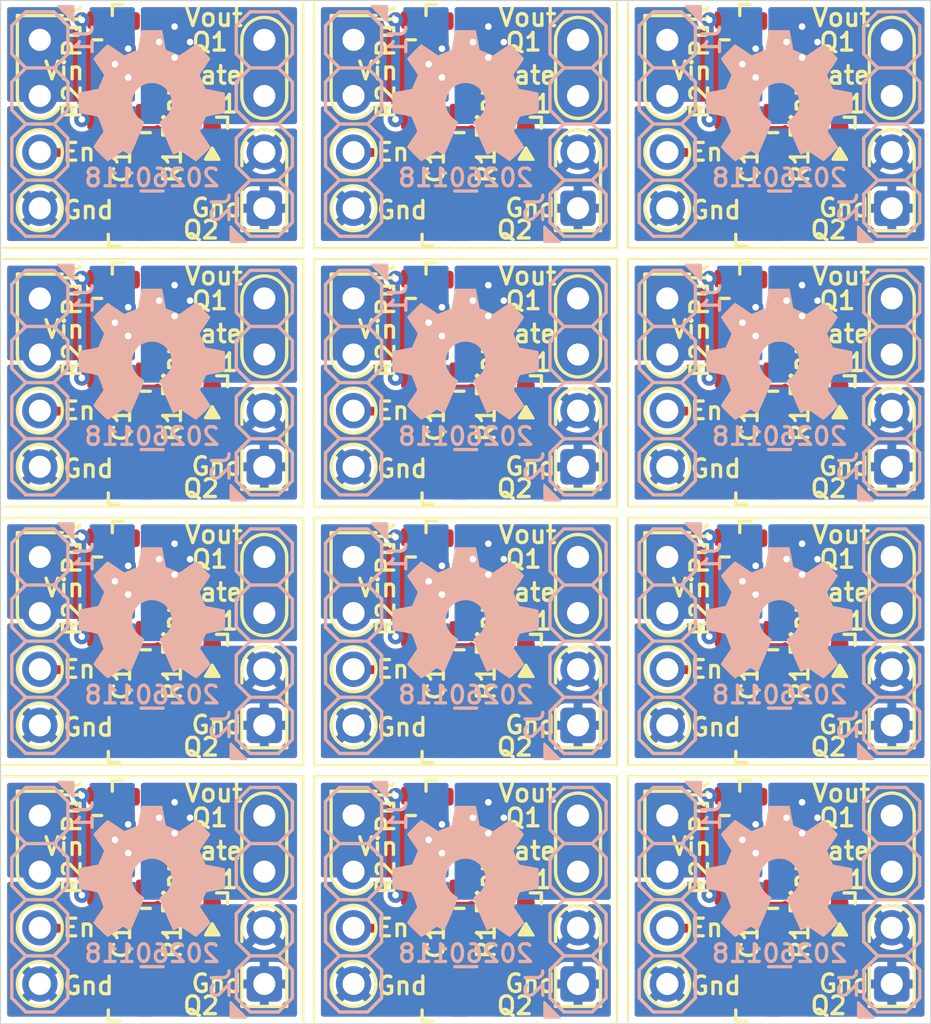
<source format=kicad_pcb>
(kicad_pcb (version 20241229) (generator "pcbnew") (generator_version "9.0")
  (layers (0 "F.Cu" mixed) (2 "B.Cu" mixed) (13 "F.Paste" user) (15 "B.Paste" user) (5 "F.SilkS" user "F.Silkscreen") (7 "B.SilkS" user "B.Silkscreen") (1 "F.Mask" user) (3 "B.Mask" user) (25 "Edge.Cuts" user))
  (net 0 "")
  (net 1 "/VIN")
  (net 2 "/EN")
  (net 3 "/GND")
  (net 4 "/VOUT")
  (net 5 "Net-(Q2-D)")
  (net 6 "Net-(Q1-G)")
  (footprint "SquantorResistor:R_0603_hand" (layer "F.Cu") (at 40.778 37.678 -90)
    (property "Reference" "R1")
    (property "Value" "Rinr")
  )
  (footprint "SquantorDiodes:SOD-323-nexperia-hand" (layer "F.Cu") (at 57.978 62.078 -90)
    (property "Reference" "ZD1")
    (property "Value" "Vgate")
  )
  (footprint "SquantorResistor:R_0603_hand" (layer "F.Cu") (at 38.578 21.778 90)
    (property "Reference" "R2")
    (property "Value" "Pull")
  )
  (footprint "SquantorIC:SOT23-3" (layer "F.Cu") (at 26.858 21.878)
    (property "Reference" "Q1")
    (property "Value" "PMOS")
  )
  (footprint "SquantorResistor:R_0603_hand" (layer "F.Cu") (at 52.778 56.878 90)
    (property "Reference" "R2")
    (property "Value" "Pull")
  )
  (footprint "SquantorDiodes:SOD-323-nexperia-hand" (layer "F.Cu") (at 57.978 50.378 -90)
    (property "Reference" "ZD1")
    (property "Value" "Vgate")
  )
  (footprint "SquantorResistor:R_0603_hand" (layer "F.Cu") (at 54.978 37.678 -90)
    (property "Reference" "R1")
    (property "Value" "Rinr")
  )
  (footprint "SquantorIC:SOT23-3" (layer "F.Cu") (at 26.578 52.678 90)
    (property "Reference" "Q2")
    (property "Value" "NMOS")
  )
  (footprint "SquantorResistor:R_0603_hand" (layer "F.Cu") (at 52.778 21.778 90)
    (property "Reference" "R2")
    (property "Value" "Pull")
  )
  (footprint "SquantorIC:SOT23-3" (layer "F.Cu") (at 26.578 40.978 90)
    (property "Reference" "Q2")
    (property "Value" "NMOS")
  )
  (footprint "SquantorDiodes:SOD-323-nexperia-hand" (layer "F.Cu") (at 57.978 26.978 -90)
    (property "Reference" "ZD1")
    (property "Value" "Vgate")
  )
  (footprint "SquantorResistor:R_0603_hand" (layer "F.Cu") (at 52.778 45.178 90)
    (property "Reference" "R2")
    (property "Value" "Pull")
  )
  (footprint "SquantorIC:SOT23-3" (layer "F.Cu") (at 55.258 21.878)
    (property "Reference" "Q1")
    (property "Value" "PMOS")
  )
  (footprint "SquantorResistor:R_0603_hand" (layer "F.Cu") (at 26.578 25.978 -90)
    (property "Reference" "R1")
    (property "Value" "Rinr")
  )
  (footprint "SquantorIC:SOT23-3" (layer "F.Cu") (at 26.858 45.278)
    (property "Reference" "Q1")
    (property "Value" "PMOS")
  )
  (footprint "SquantorIC:SOT23-3" (layer "F.Cu") (at 41.058 56.978)
    (property "Reference" "Q1")
    (property "Value" "PMOS")
  )
  (footprint "SquantorCapacitor:C_0603" (layer "F.Cu") (at 52.778 24.678 -90)
    (property "Reference" "C1")
    (property "Value" "Cinr")
  )
  (footprint "SquantorIC:SOT23-3" (layer "F.Cu") (at 40.778 40.978 90)
    (property "Reference" "Q2")
    (property "Value" "NMOS")
  )
  (footprint "SquantorCapacitor:C_0603" (layer "F.Cu") (at 38.578 24.678 -90)
    (property "Reference" "C1")
    (property "Value" "Cinr")
  )
  (footprint "SquantorDiodes:SOD-323-nexperia-hand" (layer "F.Cu") (at 57.978 38.678 -90)
    (property "Reference" "ZD1")
    (property "Value" "Vgate")
  )
  (footprint "SquantorIC:SOT23-3" (layer "F.Cu") (at 26.578 29.278 90)
    (property "Reference" "Q2")
    (property "Value" "NMOS")
  )
  (footprint "SquantorIC:SOT23-3" (layer "F.Cu") (at 40.778 64.378 90)
    (property "Reference" "Q2")
    (property "Value" "NMOS")
  )
  (footprint "SquantorDiodes:SOD-323-nexperia-hand" (layer "F.Cu") (at 29.578 50.378 -90)
    (property "Reference" "ZD1")
    (property "Value" "Vgate")
  )
  (footprint "SquantorResistor:R_0603_hand" (layer "F.Cu") (at 24.378 45.178 90)
    (property "Reference" "R2")
    (property "Value" "Pull")
  )
  (footprint "SquantorResistor:R_0603_hand" (layer "F.Cu") (at 38.578 33.478 90)
    (property "Reference" "R2")
    (property "Value" "Pull")
  )
  (footprint "SquantorCapacitor:C_0603" (layer "F.Cu") (at 24.378 59.778 -90)
    (property "Reference" "C1")
    (property "Value" "Cinr")
  )
  (footprint "SquantorIC:SOT23-3" (layer "F.Cu") (at 54.978 64.378 90)
    (property "Reference" "Q2")
    (property "Value" "NMOS")
  )
  (footprint "SquantorCapacitor:C_0603" (layer "F.Cu") (at 52.778 59.778 -90)
    (property "Reference" "C1")
    (property "Value" "Cinr")
  )
  (footprint "SquantorIC:SOT23-3" (layer "F.Cu") (at 26.578 64.378 90)
    (property "Reference" "Q2")
    (property "Value" "NMOS")
  )
  (footprint "SquantorDiodes:SOD-323-nexperia-hand" (layer "F.Cu") (at 43.778 38.678 -90)
    (property "Reference" "ZD1")
    (property "Value" "Vgate")
  )
  (footprint "SquantorIC:SOT23-3" (layer "F.Cu") (at 40.778 29.278 90)
    (property "Reference" "Q2")
    (property "Value" "NMOS")
  )
  (footprint "SquantorResistor:R_0603_hand" (layer "F.Cu") (at 52.778 33.478 90)
    (property "Reference" "R2")
    (property "Value" "Pull")
  )
  (footprint "SquantorCapacitor:C_0603" (layer "F.Cu") (at 24.378 48.078 -90)
    (property "Reference" "C1")
    (property "Value" "Cinr")
  )
  (footprint "SquantorIC:SOT23-3" (layer "F.Cu") (at 54.978 40.978 90)
    (property "Reference" "Q2")
    (property "Value" "NMOS")
  )
  (footprint "SquantorCapacitor:C_0603" (layer "F.Cu") (at 52.778 48.078 -90)
    (property "Reference" "C1")
    (property "Value" "Cinr")
  )
  (footprint "SquantorIC:SOT23-3" (layer "F.Cu") (at 54.978 29.278 90)
    (property "Reference" "Q2")
    (property "Value" "NMOS")
  )
  (footprint "SquantorCapacitor:C_0603" (layer "F.Cu") (at 38.578 48.078 -90)
    (property "Reference" "C1")
    (property "Value" "Cinr")
  )
  (footprint "SquantorCapacitor:C_0603" (layer "F.Cu") (at 24.378 36.378 -90)
    (property "Reference" "C1")
    (property "Value" "Cinr")
  )
  (footprint "SquantorIC:SOT23-3" (layer "F.Cu") (at 41.058 33.578)
    (property "Reference" "Q1")
    (property "Value" "PMOS")
  )
  (footprint "SquantorResistor:R_0603_hand" (layer "F.Cu") (at 40.778 61.078 -90)
    (property "Reference" "R1")
    (property "Value" "Rinr")
  )
  (footprint "SquantorIC:SOT23-3" (layer "F.Cu") (at 54.978 52.678 90)
    (property "Reference" "Q2")
    (property "Value" "NMOS")
  )
  (footprint "SquantorResistor:R_0603_hand" (layer "F.Cu") (at 38.578 56.878 90)
    (property "Reference" "R2")
    (property "Value" "Pull")
  )
  (footprint "SquantorResistor:R_0603_hand" (layer "F.Cu") (at 40.778 49.378 -90)
    (property "Reference" "R1")
    (property "Value" "Rinr")
  )
  (footprint "SquantorIC:SOT23-3" (layer "F.Cu") (at 41.058 21.878)
    (property "Reference" "Q1")
    (property "Value" "PMOS")
  )
  (footprint "SquantorResistor:R_0603_hand" (layer "F.Cu") (at 24.378 33.478 90)
    (property "Reference" "R2")
    (property "Value" "Pull")
  )
  (footprint "SquantorResistor:R_0603_hand" (layer "F.Cu") (at 24.378 56.878 90)
    (property "Reference" "R2")
    (property "Value" "Pull")
  )
  (footprint "SquantorResistor:R_0603_hand" (layer "F.Cu") (at 54.978 61.078 -90)
    (property "Reference" "R1")
    (property "Value" "Rinr")
  )
  (footprint "SquantorResistor:R_0603_hand" (layer "F.Cu") (at 26.578 49.378 -90)
    (property "Reference" "R1")
    (property "Value" "Rinr")
  )
  (footprint "SquantorIC:SOT23-3" (layer "F.Cu") (at 26.858 33.578)
    (property "Reference" "Q1")
    (property "Value" "PMOS")
  )
  (footprint "SquantorCapacitor:C_0603" (layer "F.Cu") (at 24.378 24.678 -90)
    (property "Reference" "C1")
    (property "Value" "Cinr")
  )
  (footprint "SquantorDiodes:SOD-323-nexperia-hand" (layer "F.Cu") (at 43.778 50.378 -90)
    (property "Reference" "ZD1")
    (property "Value" "Vgate")
  )
  (footprint "SquantorDiodes:SOD-323-nexperia-hand" (layer "F.Cu") (at 43.778 62.078 -90)
    (property "Reference" "ZD1")
    (property "Value" "Vgate")
  )
  (footprint "SquantorIC:SOT23-3" (layer "F.Cu") (at 55.258 56.978)
    (property "Reference" "Q1")
    (property "Value" "PMOS")
  )
  (footprint "SquantorIC:SOT23-3" (layer "F.Cu") (at 26.858 56.978)
    (property "Reference" "Q1")
    (property "Value" "PMOS")
  )
  (footprint "SquantorCapacitor:C_0603" (layer "F.Cu") (at 52.778 36.378 -90)
    (property "Reference" "C1")
    (property "Value" "Cinr")
  )
  (footprint "SquantorIC:SOT23-3" (layer "F.Cu") (at 41.058 45.278)
    (property "Reference" "Q1")
    (property "Value" "PMOS")
  )
  (footprint "SquantorCapacitor:C_0603" (layer "F.Cu") (at 38.578 59.778 -90)
    (property "Reference" "C1")
    (property "Value" "Cinr")
  )
  (footprint "SquantorIC:SOT23-3" (layer "F.Cu") (at 55.258 45.278)
    (property "Reference" "Q1")
    (property "Value" "PMOS")
  )
  (footprint "SquantorResistor:R_0603_hand" (layer "F.Cu") (at 26.578 37.678 -90)
    (property "Reference" "R1")
    (property "Value" "Rinr")
  )
  (footprint "SquantorIC:SOT23-3" (layer "F.Cu") (at 40.778 52.678 90)
    (property "Reference" "Q2")
    (property "Value" "NMOS")
  )
  (footprint "SquantorDiodes:SOD-323-nexperia-hand" (layer "F.Cu") (at 43.778 26.978 -90)
    (property "Reference" "ZD1")
    (property "Value" "Vgate")
  )
  (footprint "SquantorIC:SOT23-3" (layer "F.Cu") (at 55.258 33.578)
    (property "Reference" "Q1")
    (property "Value" "PMOS")
  )
  (footprint "SquantorResistor:R_0603_hand" (layer "F.Cu") (at 40.778 25.978 -90)
    (property "Reference" "R1")
    (property "Value" "Rinr")
  )
  (footprint "SquantorResistor:R_0603_hand" (layer "F.Cu") (at 26.578 61.078 -90)
    (property "Reference" "R1")
    (property "Value" "Rinr")
  )
  (footprint "SquantorResistor:R_0603_hand" (layer "F.Cu") (at 54.978 25.978 -90)
    (property "Reference" "R1")
    (property "Value" "Rinr")
  )
  (footprint "SquantorCapacitor:C_0603" (layer "F.Cu") (at 38.578 36.378 -90)
    (property "Reference" "C1")
    (property "Value" "Cinr")
  )
  (footprint "SquantorDiodes:SOD-323-nexperia-hand" (layer "F.Cu") (at 29.578 38.678 -90)
    (property "Reference" "ZD1")
    (property "Value" "Vgate")
  )
  (footprint "SquantorResistor:R_0603_hand" (layer "F.Cu") (at 24.378 21.778 90)
    (property "Reference" "R2")
    (property "Value" "Pull")
  )
  (footprint "SquantorResistor:R_0603_hand" (layer "F.Cu") (at 54.978 49.378 -90)
    (property "Reference" "R1")
    (property "Value" "Rinr")
  )
  (footprint "SquantorResistor:R_0603_hand" (layer "F.Cu") (at 38.578 45.178 90)
    (property "Reference" "R2")
    (property "Value" "Pull")
  )
  (footprint "SquantorDiodes:SOD-323-nexperia-hand" (layer "F.Cu") (at 29.578 62.078 -90)
    (property "Reference" "ZD1")
    (property "Value" "Vgate")
  )
  (footprint "SquantorDiodes:SOD-323-nexperia-hand" (layer "F.Cu") (at 29.578 26.978 -90)
    (property "Reference" "ZD1")
    (property "Value" "Vgate")
  )
  (footprint "SquantorLabels:Label_Generic" (layer "B.Cu") (at 26.858 28.018 180)
    (property "Reference" "N1" (hide yes))
    (property "Value" "20260118")
  )
  (footprint "Symbol:OSHW-Symbol_6.7x6mm_SilkScreen" (layer "B.Cu") (at 26.858 24.318 180)
    (property "Reference" "N2" (hide yes))
    (property "Value" "OHWLOGO" (hide yes))
  )
  (footprint "SquantorConnectors:Header-0254-1X04-H010" (layer "B.Cu") (at 46.138 25.588 90)
    (property "Reference" "J2")
    (property "Value" "Conn_01x04")
  )
  (footprint "SquantorConnectors:Header-0254-1X04-H010" (layer "B.Cu") (at 60.338 37.288 90)
    (property "Reference" "J2")
    (property "Value" "Conn_01x04")
  )
  (footprint "Symbol:OSHW-Symbol_6.7x6mm_SilkScreen" (layer "B.Cu") (at 41.058 47.718 180)
    (property "Reference" "N2" (hide yes))
    (property "Value" "OHWLOGO" (hide yes))
  )
  (footprint "SquantorConnectors:Header-0254-1X04-H010" (layer "B.Cu") (at 35.978 60.688 -90)
    (property "Reference" "J1")
    (property "Value" "Conn_01x04")
  )
  (footprint "Symbol:OSHW-Symbol_6.7x6mm_SilkScreen" (layer "B.Cu") (at 55.258 59.418 180)
    (property "Reference" "N2" (hide yes))
    (property "Value" "OHWLOGO" (hide yes))
  )
  (footprint "SquantorConnectors:Header-0254-1X04-H010" (layer "B.Cu") (at 35.978 48.988 -90)
    (property "Reference" "J1")
    (property "Value" "Conn_01x04")
  )
  (footprint "SquantorConnectors:Header-0254-1X04-H010" (layer "B.Cu") (at 50.178 60.688 -90)
    (property "Reference" "J1")
    (property "Value" "Conn_01x04")
  )
  (footprint "SquantorLabels:Label_Generic" (layer "B.Cu") (at 26.858 39.718 180)
    (property "Reference" "N1" (hide yes))
    (property "Value" "20260118")
  )
  (footprint "SquantorConnectors:Header-0254-1X04-H010" (layer "B.Cu") (at 21.778 48.988 -90)
    (property "Reference" "J1")
    (property "Value" "Conn_01x04")
  )
  (footprint "SquantorLabels:Label_Generic" (layer "B.Cu") (at 26.858 63.118 180)
    (property "Reference" "N1" (hide yes))
    (property "Value" "20260118")
  )
  (footprint "SquantorConnectors:Header-0254-1X04-H010" (layer "B.Cu") (at 31.938 60.688 90)
    (property "Reference" "J2")
    (property "Value" "Conn_01x04")
  )
  (footprint "SquantorConnectors:Header-0254-1X04-H010" (layer "B.Cu") (at 31.938 37.288 90)
    (property "Reference" "J2")
    (property "Value" "Conn_01x04")
  )
  (footprint "Symbol:OSHW-Symbol_6.7x6mm_SilkScreen" (layer "B.Cu") (at 55.258 36.018 180)
    (property "Reference" "N2" (hide yes))
    (property "Value" "OHWLOGO" (hide yes))
  )
  (footprint "SquantorConnectors:Header-0254-1X04-H010" (layer "B.Cu") (at 50.178 25.588 -90)
    (property "Reference" "J1")
    (property "Value" "Conn_01x04")
  )
  (footprint "Symbol:OSHW-Symbol_6.7x6mm_SilkScreen" (layer "B.Cu") (at 26.858 36.018 180)
    (property "Reference" "N2" (hide yes))
    (property "Value" "OHWLOGO" (hide yes))
  )
  (footprint "Symbol:OSHW-Symbol_6.7x6mm_SilkScreen" (layer "B.Cu") (at 26.858 59.418 180)
    (property "Reference" "N2" (hide yes))
    (property "Value" "OHWLOGO" (hide yes))
  )
  (footprint "SquantorLabels:Label_Generic" (layer "B.Cu") (at 55.258 63.118 180)
    (property "Reference" "N1" (hide yes))
    (property "Value" "20260118")
  )
  (footprint "SquantorLabels:Label_Generic" (layer "B.Cu") (at 55.258 51.418 180)
    (property "Reference" "N1" (hide yes))
    (property "Value" "20260118")
  )
  (footprint "SquantorConnectors:Header-0254-1X04-H010" (layer "B.Cu") (at 50.178 37.288 -90)
    (property "Reference" "J1")
    (property "Value" "Conn_01x04")
  )
  (footprint "SquantorConnectors:Header-0254-1X04-H010" (layer "B.Cu") (at 35.978 25.588 -90)
    (property "Reference" "J1")
    (property "Value" "Conn_01x04")
  )
  (footprint "Symbol:OSHW-Symbol_6.7x6mm_SilkScreen" (layer "B.Cu") (at 41.058 59.418 180)
    (property "Reference" "N2" (hide yes))
    (property "Value" "OHWLOGO" (hide yes))
  )
  (footprint "SquantorConnectors:Header-0254-1X04-H010" (layer "B.Cu") (at 21.778 60.688 -90)
    (property "Reference" "J1")
    (property "Value" "Conn_01x04")
  )
  (footprint "SquantorConnectors:Header-0254-1X04-H010" (layer "B.Cu") (at 60.338 60.688 90)
    (property "Reference" "J2")
    (property "Value" "Conn_01x04")
  )
  (footprint "Symbol:OSHW-Symbol_6.7x6mm_SilkScreen" (layer "B.Cu") (at 41.058 36.018 180)
    (property "Reference" "N2" (hide yes))
    (property "Value" "OHWLOGO" (hide yes))
  )
  (footprint "SquantorConnectors:Header-0254-1X04-H010" (layer "B.Cu") (at 50.178 48.988 -90)
    (property "Reference" "J1")
    (property "Value" "Conn_01x04")
  )
  (footprint "SquantorConnectors:Header-0254-1X04-H010" (layer "B.Cu") (at 46.138 48.988 90)
    (property "Reference" "J2")
    (property "Value" "Conn_01x04")
  )
  (footprint "SquantorConnectors:Header-0254-1X04-H010" (layer "B.Cu") (at 35.978 37.288 -90)
    (property "Reference" "J1")
    (property "Value" "Conn_01x04")
  )
  (footprint "SquantorConnectors:Header-0254-1X04-H010" (layer "B.Cu") (at 31.938 25.588 90)
    (property "Reference" "J2")
    (property "Value" "Conn_01x04")
  )
  (footprint "SquantorConnectors:Header-0254-1X04-H010" (layer "B.Cu") (at 60.338 48.988 90)
    (property "Reference" "J2")
    (property "Value" "Conn_01x04")
  )
  (footprint "Symbol:OSHW-Symbol_6.7x6mm_SilkScreen" (layer "B.Cu") (at 26.858 47.718 180)
    (property "Reference" "N2" (hide yes))
    (property "Value" "OHWLOGO" (hide yes))
  )
  (footprint "SquantorLabels:Label_Generic" (layer "B.Cu") (at 41.058 28.018 180)
    (property "Reference" "N1" (hide yes))
    (property "Value" "20260118")
  )
  (footprint "SquantorConnectors:Header-0254-1X04-H010" (layer "B.Cu") (at 21.778 37.288 -90)
    (property "Reference" "J1")
    (property "Value" "Conn_01x04")
  )
  (footprint "SquantorLabels:Label_Generic" (layer "B.Cu") (at 55.258 39.718 180)
    (property "Reference" "N1" (hide yes))
    (property "Value" "20260118")
  )
  (footprint "SquantorLabels:Label_Generic" (layer "B.Cu") (at 55.258 28.018 180)
    (property "Reference" "N1" (hide yes))
    (property "Value" "20260118")
  )
  (footprint "SquantorConnectors:Header-0254-1X04-H010" (layer "B.Cu") (at 60.338 25.588 90)
    (property "Reference" "J2")
    (property "Value" "Conn_01x04")
  )
  (footprint "SquantorConnectors:Header-0254-1X04-H010" (layer "B.Cu") (at 46.138 37.288 90)
    (property "Reference" "J2")
    (property "Value" "Conn_01x04")
  )
  (footprint "Symbol:OSHW-Symbol_6.7x6mm_SilkScreen" (layer "B.Cu") (at 41.058 24.318 180)
    (property "Reference" "N2" (hide yes))
    (property "Value" "OHWLOGO" (hide yes))
  )
  (footprint "SquantorLabels:Label_Generic" (layer "B.Cu") (at 26.858 51.418 180)
    (property "Reference" "N1" (hide yes))
    (property "Value" "20260118")
  )
  (footprint "SquantorLabels:Label_Generic" (layer "B.Cu") (at 41.058 63.118 180)
    (property "Reference" "N1" (hide yes))
    (property "Value" "20260118")
  )
  (footprint "SquantorConnectors:Header-0254-1X04-H010" (layer "B.Cu") (at 31.938 48.988 90)
    (property "Reference" "J2")
    (property "Value" "Conn_01x04")
  )
  (footprint "SquantorLabels:Label_Generic" (layer "B.Cu") (at 41.058 39.718 180)
    (property "Reference" "N1" (hide yes))
    (property "Value" "20260118")
  )
  (footprint "SquantorConnectors:Header-0254-1X04-H010" (layer "B.Cu") (at 21.778 25.588 -90)
    (property "Reference" "J1")
    (property "Value" "Conn_01x04")
  )
  (footprint "SquantorConnectors:Header-0254-1X04-H010" (layer "B.Cu") (at 46.138 60.688 90)
    (property "Reference" "J2")
    (property "Value" "Conn_01x04")
  )
  (footprint "Symbol:OSHW-Symbol_6.7x6mm_SilkScreen" (layer "B.Cu") (at 55.258 24.318 180)
    (property "Reference" "N2" (hide yes))
    (property "Value" "OHWLOGO" (hide yes))
  )
  (footprint "Symbol:OSHW-Symbol_6.7x6mm_SilkScreen" (layer "B.Cu") (at 55.258 47.718 180)
    (property "Reference" "N2" (hide yes))
    (property "Value" "OHWLOGO" (hide yes))
  )
  (footprint "SquantorLabels:Label_Generic" (layer "B.Cu") (at 41.058 51.418 180)
    (property "Reference" "N1" (hide yes))
    (property "Value" "20260118")
  )
  (gr_arc (start 30.922 50.258) (mid 31.938 49.242) (end 32.954 50.258) (stroke (width 0.15)) (layer "F.SilkS"))
  (gr_arc (start 51.023363 59.981575) (mid 49.88358 60.390405) (end 49.162 59.418) (stroke (width 0.15)) (layer "F.SilkS"))
  (gr_line (start 34.2 55.1) (end 47.9 55.1) (stroke (width 0.1)) (layer "F.SilkS"))
  (gr_line (start 47.154 53.814) (end 47.154 50.258) (stroke (width 0.15)) (layer "F.SilkS"))
  (gr_arc (start 45.122 50.258) (mid 46.138 49.242) (end 47.154 50.258) (stroke (width 0.15)) (layer "F.SilkS"))
  (gr_arc (start 45.122 38.558) (mid 46.138 37.542) (end 47.154 38.558) (stroke (width 0.15)) (layer "F.SilkS"))
  (gr_circle (center 35.978 41.098) (end 36.994 41.098) (stroke (width 0.15)) (fill no) (layer "F.SilkS"))
  (gr_line (start 34.2 43.4) (end 47.9 43.4) (stroke (width 0.1)) (layer "F.SilkS"))
  (gr_arc (start 51.023363 36.581575) (mid 49.88358 36.990405) (end 49.162 36.018) (stroke (width 0.15)) (layer "F.SilkS"))
  (gr_arc (start 47.154 59.418) (mid 46.138 60.434) (end 45.122 59.418) (stroke (width 0.15)) (layer "F.SilkS"))
  (gr_line (start 62 55.1) (end 48.4 55.1) (stroke (width 0.1)) (layer "F.SilkS"))
  (gr_circle (center 21.778 29.398) (end 22.794 29.398) (stroke (width 0.15)) (fill no) (layer "F.SilkS"))
  (gr_line (start 47.154 21.778) (end 47.154 24.318) (stroke (width 0.15)) (layer "F.SilkS"))
  (gr_arc (start 45.122 26.858) (mid 46.138 25.842) (end 47.154 26.858) (stroke (width 0.15)) (layer "F.SilkS"))
  (gr_arc (start 47.154 36.018) (mid 46.138 37.034) (end 45.122 36.018) (stroke (width 0.15)) (layer "F.SilkS"))
  (gr_line (start 59.322 61.958) (end 59.322 62.578) (stroke (width 0.15)) (layer "F.SilkS"))
  (gr_line (start 59.322 53.814) (end 59.322 52.036) (stroke (width 0.15)) (layer "F.SilkS"))
  (gr_arc (start 30.922 38.558) (mid 31.938 37.542) (end 32.954 38.558) (stroke (width 0.15)) (layer "F.SilkS"))
  (gr_line (start 61.354 30.414) (end 61.354 26.858) (stroke (width 0.15)) (layer "F.SilkS"))
  (gr_line (start 30.922 21.778) (end 30.922 24.318) (stroke (width 0.15)) (layer "F.SilkS"))
  (gr_line (start 49.162 32.378) (end 49.162 36.018) (stroke (width 0.15)) (layer "F.SilkS"))
  (gr_line (start 34.2 55.1) (end 34.2 66.2) (stroke (width 0.1)) (layer "F.SilkS"))
  (gr_line (start 45.122 30.414) (end 45.122 28.636) (stroke (width 0.15)) (layer "F.SilkS"))
  (gr_circle (center 21.778 41.098) (end 22.794 41.098) (stroke (width 0.15)) (fill no) (layer "F.SilkS"))
  (gr_line (start 49.162 20.678) (end 49.162 24.318) (stroke (width 0.15)) (layer "F.SilkS"))
  (gr_arc (start 30.922 26.858) (mid 31.938 25.842) (end 32.954 26.858) (stroke (width 0.15)) (layer "F.SilkS"))
  (gr_line (start 30.922 30.414) (end 32.954 30.414) (stroke (width 0.15)) (layer "F.SilkS"))
  (gr_line (start 59.322 33.478) (end 59.322 36.018) (stroke (width 0.15)) (layer "F.SilkS"))
  (gr_line (start 59.322 65.514) (end 59.322 63.736) (stroke (width 0.15)) (layer "F.SilkS"))
  (gr_line (start 33.7 42.9) (end 20.1 42.9) (stroke (width 0.1)) (layer "F.SilkS"))
  (gr_line (start 45.122 53.814) (end 45.122 52.036) (stroke (width 0.15)) (layer "F.SilkS"))
  (gr_line (start 34.2 20.1) (end 34.2 31.2) (stroke (width 0.1)) (layer "F.SilkS"))
  (gr_arc (start 51.023363 24.881575) (mid 49.88358 25.290405) (end 49.162 24.318) (stroke (width 0.15)) (layer "F.SilkS"))
  (gr_line (start 47.154 45.178) (end 47.154 47.718) (stroke (width 0.15)) (layer "F.SilkS"))
  (gr_line (start 49.162 44.078) (end 51.194 44.078) (stroke (width 0.15)) (layer "F.SilkS"))
  (gr_line (start 30.922 38.558) (end 30.922 39.178) (stroke (width 0.15)) (layer "F.SilkS"))
  (gr_line (start 59.322 42.114) (end 59.322 40.336) (stroke (width 0.15)) (layer "F.SilkS"))
  (gr_line (start 49.162 55.778) (end 49.162 59.418) (stroke (width 0.15)) (layer "F.SilkS"))
  (gr_arc (start 59.322 38.558) (mid 60.338 37.542) (end 61.354 38.558) (stroke (width 0.15)) (layer "F.SilkS"))
  (gr_circle (center 21.778 52.798) (end 22.794 52.798) (stroke (width 0.15)) (fill no) (layer "F.SilkS"))
  (gr_arc (start 32.954 24.318) (mid 31.938 25.334) (end 30.922 24.318) (stroke (width 0.15)) (layer "F.SilkS"))
  (gr_line (start 30.922 42.114) (end 32.954 42.114) (stroke (width 0.15)) (layer "F.SilkS"))
  (gr_line (start 32.954 30.414) (end 32.954 26.858) (stroke (width 0.15)) (layer "F.SilkS"))
  (gr_line (start 62 31.7) (end 48.4 31.7) (stroke (width 0.1)) (layer "F.SilkS"))
  (gr_line (start 47.9 66.2) (end 47.9 55.1) (stroke (width 0.1)) (layer "F.SilkS"))
  (gr_line (start 45.122 61.958) (end 45.122 62.578) (stroke (width 0.15)) (layer "F.SilkS"))
  (gr_arc (start 22.623363 59.981575) (mid 21.48358 60.390405) (end 20.762 59.418) (stroke (width 0.15)) (layer "F.SilkS"))
  (gr_line (start 30.922 56.878) (end 30.922 59.418) (stroke (width 0.15)) (layer "F.SilkS"))
  (gr_arc (start 30.922 45.178) (mid 31.938 44.162) (end 32.954 45.178) (stroke (width 0.15)) (layer "F.SilkS"))
  (gr_arc (start 36.823363 24.881575) (mid 35.68358 25.290405) (end 34.962 24.318) (stroke (width 0.15)) (layer "F.SilkS"))
  (gr_circle (center 35.978 29.398) (end 36.994 29.398) (stroke (width 0.15)) (fill no) (layer "F.SilkS"))
  (gr_line (start 47.154 65.514) (end 47.154 61.958) (stroke (width 0.15)) (layer "F.SilkS"))
  (gr_line (start 20.762 32.378) (end 20.762 36.018) (stroke (width 0.15)) (layer "F.SilkS"))
  (gr_line (start 59.322 26.858) (end 59.322 27.478) (stroke (width 0.15)) (layer "F.SilkS"))
  (gr_line (start 33.7 55.1) (end 33.7 66.2) (stroke (width 0.1)) (layer "F.SilkS"))
  (gr_arc (start 36.823363 36.581575) (mid 35.68358 36.990405) (end 34.962 36.018) (stroke (width 0.15)) (layer "F.SilkS"))
  (gr_line (start 59.322 56.878) (end 59.322 59.418) (stroke (width 0.15)) (layer "F.SilkS"))
  (gr_line (start 49.162 32.378) (end 51.194 32.378) (stroke (width 0.15)) (layer "F.SilkS"))
  (gr_line (start 47.9 31.2) (end 47.9 20.1) (stroke (width 0.1)) (layer "F.SilkS"))
  (gr_line (start 34.962 20.678) (end 34.962 24.318) (stroke (width 0.15)) (layer "F.SilkS"))
  (gr_line (start 47.9 42.9) (end 34.2 42.9) (stroke (width 0.1)) (layer "F.SilkS"))
  (gr_line (start 61.354 53.814) (end 61.354 50.258) (stroke (width 0.15)) (layer "F.SilkS"))
  (gr_circle (center 50.178 26.858) (end 51.194 26.858) (stroke (width 0.15)) (fill no) (layer "F.SilkS"))
  (gr_arc (start 32.954 36.018) (mid 31.938 37.034) (end 30.922 36.018) (stroke (width 0.15)) (layer "F.SilkS"))
  (gr_line (start 20.762 44.078) (end 20.762 47.718) (stroke (width 0.15)) (layer "F.SilkS"))
  (gr_arc (start 30.922 21.778) (mid 31.938 20.762) (end 32.954 21.778) (stroke (width 0.15)) (layer "F.SilkS"))
  (gr_circle (center 50.178 50.258) (end 51.194 50.258) (stroke (width 0.15)) (fill no) (layer "F.SilkS"))
  (gr_arc (start 59.322 26.858) (mid 60.338 25.842) (end 61.354 26.858) (stroke (width 0.15)) (layer "F.SilkS"))
  (gr_arc (start 30.922 33.478) (mid 31.938 32.462) (end 32.954 33.478) (stroke (width 0.15)) (layer "F.SilkS"))
  (gr_circle (center 35.978 50.258) (end 36.994 50.258) (stroke (width 0.15)) (fill no) (layer "F.SilkS"))
  (gr_circle (center 35.978 61.958) (end 36.994 61.958) (stroke (width 0.15)) (fill no) (layer "F.SilkS"))
  (gr_arc (start 61.354 36.018) (mid 60.338 37.034) (end 59.322 36.018) (stroke (width 0.15)) (layer "F.SilkS"))
  (gr_arc (start 45.122 45.178) (mid 46.138 44.162) (end 47.154 45.178) (stroke (width 0.15)) (layer "F.SilkS"))
  (gr_line (start 45.122 56.878) (end 45.122 59.418) (stroke (width 0.15)) (layer "F.SilkS"))
  (gr_line (start 32.954 42.114) (end 32.954 38.558) (stroke (width 0.15)) (layer "F.SilkS"))
  (gr_line (start 47.154 30.414) (end 47.154 26.858) (stroke (width 0.15)) (layer "F.SilkS"))
  (gr_arc (start 51.023363 48.281575) (mid 49.88358 48.690405) (end 49.162 47.718) (stroke (width 0.15)) (layer "F.SilkS"))
  (gr_line (start 33.7 31.7) (end 33.7 42.9) (stroke (width 0.1)) (layer "F.SilkS"))
  (gr_line (start 48.4 55.1) (end 48.4 66.2) (stroke (width 0.1)) (layer "F.SilkS"))
  (gr_arc (start 22.623363 48.281575) (mid 21.48358 48.690405) (end 20.762 47.718) (stroke (width 0.15)) (layer "F.SilkS"))
  (gr_arc (start 45.122 33.478) (mid 46.138 32.462) (end 47.154 33.478) (stroke (width 0.15)) (layer "F.SilkS"))
  (gr_line (start 32.954 53.814) (end 32.954 50.258) (stroke (width 0.15)) (layer "F.SilkS"))
  (gr_line (start 47.9 42.9) (end 47.9 31.7) (stroke (width 0.1)) (layer "F.SilkS"))
  (gr_circle (center 21.778 38.558) (end 22.794 38.558) (stroke (width 0.15)) (fill no) (layer "F.SilkS"))
  (gr_line (start 34.962 20.678) (end 36.994 20.678) (stroke (width 0.15)) (layer "F.SilkS"))
  (gr_circle (center 35.978 64.498) (end 36.994 64.498) (stroke (width 0.15)) (fill no) (layer "F.SilkS"))
  (gr_line (start 30.922 53.814) (end 32.954 53.814) (stroke (width 0.15)) (layer "F.SilkS"))
  (gr_line (start 45.122 30.414) (end 47.154 30.414) (stroke (width 0.15)) (layer "F.SilkS"))
  (gr_arc (start 59.322 61.958) (mid 60.338 60.942) (end 61.354 61.958) (stroke (width 0.15)) (layer "F.SilkS"))
  (gr_line (start 48.4 43.4) (end 48.4 54.6) (stroke (width 0.1)) (layer "F.SilkS"))
  (gr_circle (center 35.978 38.558) (end 36.994 38.558) (stroke (width 0.15)) (fill no) (layer "F.SilkS"))
  (gr_line (start 20.762 32.378) (end 22.794 32.378) (stroke (width 0.15)) (layer "F.SilkS"))
  (gr_arc (start 45.122 56.878) (mid 46.138 55.862) (end 47.154 56.878) (stroke (width 0.15)) (layer "F.SilkS"))
  (gr_arc (start 36.823363 48.281575) (mid 35.68358 48.690405) (end 34.962 47.718) (stroke (width 0.15)) (layer "F.SilkS"))
  (gr_arc (start 30.922 56.878) (mid 31.938 55.862) (end 32.954 56.878) (stroke (width 0.15)) (layer "F.SilkS"))
  (gr_line (start 61.354 33.478) (end 61.354 36.018) (stroke (width 0.15)) (layer "F.SilkS"))
  (gr_line (start 33.7 54.6) (end 20.1 54.6) (stroke (width 0.1)) (layer "F.SilkS"))
  (gr_line (start 30.922 42.114) (end 30.922 40.336) (stroke (width 0.15)) (layer "F.SilkS"))
  (gr_line (start 59.322 42.114) (end 61.354 42.114) (stroke (width 0.15)) (layer "F.SilkS"))
  (gr_line (start 45.122 21.778) (end 45.122 24.318) (stroke (width 0.15)) (layer "F.SilkS"))
  (gr_line (start 32.954 33.478) (end 32.954 36.018) (stroke (width 0.15)) (layer "F.SilkS"))
  (gr_line (start 34.962 55.778) (end 34.962 59.418) (stroke (width 0.15)) (layer "F.SilkS"))
  (gr_line (start 61.354 45.178) (end 61.354 47.718) (stroke (width 0.15)) (layer "F.SilkS"))
  (gr_line (start 45.122 50.258) (end 45.122 50.878) (stroke (width 0.15)) (layer "F.SilkS"))
  (gr_circle (center 21.778 50.258) (end 22.794 50.258) (stroke (width 0.15)) (fill no) (layer "F.SilkS"))
  (gr_line (start 34.2 31.7) (end 34.2 42.9) (stroke (width 0.1)) (layer "F.SilkS"))
  (gr_line (start 32.954 56.878) (end 32.954 59.418) (stroke (width 0.15)) (layer "F.SilkS"))
  (gr_line (start 30.922 26.858) (end 30.922 27.478) (stroke (width 0.15)) (layer "F.SilkS"))
  (gr_line (start 20.762 44.078) (end 22.794 44.078) (stroke (width 0.15)) (layer "F.SilkS"))
  (gr_line (start 34.962 44.078) (end 34.962 47.718) (stroke (width 0.15)) (layer "F.SilkS"))
  (gr_line (start 48.4 20.1) (end 48.4 31.2) (stroke (width 0.1)) (layer "F.SilkS"))
  (gr_line (start 30.922 33.478) (end 30.922 36.018) (stroke (width 0.15)) (layer "F.SilkS"))
  (gr_line (start 59.322 50.258) (end 59.322 50.878) (stroke (width 0.15)) (layer "F.SilkS"))
  (gr_arc (start 59.322 50.258) (mid 60.338 49.242) (end 61.354 50.258) (stroke (width 0.15)) (layer "F.SilkS"))
  (gr_line (start 34.2 43.4) (end 34.2 54.6) (stroke (width 0.1)) (layer "F.SilkS"))
  (gr_line (start 61.354 42.114) (end 61.354 38.558) (stroke (width 0.15)) (layer "F.SilkS"))
  (gr_line (start 34.962 32.378) (end 34.962 36.018) (stroke (width 0.15)) (layer "F.SilkS"))
  (gr_circle (center 50.178 29.398) (end 51.194 29.398) (stroke (width 0.15)) (fill no) (layer "F.SilkS"))
  (gr_line (start 30.922 45.178) (end 30.922 47.718) (stroke (width 0.15)) (layer "F.SilkS"))
  (gr_line (start 62 43.4) (end 48.4 43.4) (stroke (width 0.1)) (layer "F.SilkS"))
  (gr_line (start 61.354 65.514) (end 61.354 61.958) (stroke (width 0.15)) (layer "F.SilkS"))
  (gr_line (start 20.762 55.778) (end 22.794 55.778) (stroke (width 0.15)) (layer "F.SilkS"))
  (gr_line (start 59.322 65.514) (end 61.354 65.514) (stroke (width 0.15)) (layer "F.SilkS"))
  (gr_line (start 47.154 42.114) (end 47.154 38.558) (stroke (width 0.15)) (layer "F.SilkS"))
  (gr_arc (start 61.354 59.418) (mid 60.338 60.434) (end 59.322 59.418) (stroke (width 0.15)) (layer "F.SilkS"))
  (gr_circle (center 50.178 52.798) (end 51.194 52.798) (stroke (width 0.15)) (fill no) (layer "F.SilkS"))
  (gr_line (start 59.322 21.778) (end 59.322 24.318) (stroke (width 0.15)) (layer "F.SilkS"))
  (gr_line (start 45.122 45.178) (end 45.122 47.718) (stroke (width 0.15)) (layer "F.SilkS"))
  (gr_line (start 59.322 45.178) (end 59.322 47.718) (stroke (width 0.15)) (layer "F.SilkS"))
  (gr_arc (start 47.154 24.318) (mid 46.138 25.334) (end 45.122 24.318) (stroke (width 0.15)) (layer "F.SilkS"))
  (gr_arc (start 61.354 47.718) (mid 60.338 48.734) (end 59.322 47.718) (stroke (width 0.15)) (layer "F.SilkS"))
  (gr_line (start 30.922 50.258) (end 30.922 50.878) (stroke (width 0.15)) (layer "F.SilkS"))
  (gr_line (start 45.122 38.558) (end 45.122 39.178) (stroke (width 0.15)) (layer "F.SilkS"))
  (gr_line (start 45.122 42.114) (end 45.122 40.336) (stroke (width 0.15)) (layer "F.SilkS"))
  (gr_line (start 32.954 21.778) (end 32.954 24.318) (stroke (width 0.15)) (layer "F.SilkS"))
  (gr_arc (start 32.954 59.418) (mid 31.938 60.434) (end 30.922 59.418) (stroke (width 0.15)) (layer "F.SilkS"))
  (gr_line (start 32.954 45.178) (end 32.954 47.718) (stroke (width 0.15)) (layer "F.SilkS"))
  (gr_line (start 20.1 31.7) (end 33.7 31.7) (stroke (width 0.1)) (layer "F.SilkS"))
  (gr_line (start 45.122 65.514) (end 45.122 63.736) (stroke (width 0.15)) (layer "F.SilkS"))
  (gr_line (start 20.1 31.2) (end 33.7 31.2) (stroke (width 0.1)) (layer "F.SilkS"))
  (gr_line (start 59.322 38.558) (end 59.322 39.178) (stroke (width 0.15)) (layer "F.SilkS"))
  (gr_line (start 48.4 42.9) (end 62 42.9) (stroke (width 0.1)) (layer "F.SilkS"))
  (gr_line (start 61.354 56.878) (end 61.354 59.418) (stroke (width 0.15)) (layer "F.SilkS"))
  (gr_line (start 59.322 30.414) (end 61.354 30.414) (stroke (width 0.15)) (layer "F.SilkS"))
  (gr_arc (start 59.322 21.778) (mid 60.338 20.762) (end 61.354 21.778) (stroke (width 0.15)) (layer "F.SilkS"))
  (gr_arc (start 59.322 45.178) (mid 60.338 44.162) (end 61.354 45.178) (stroke (width 0.15)) (layer "F.SilkS"))
  (gr_line (start 34.2 31.7) (end 47.9 31.7) (stroke (width 0.1)) (layer "F.SilkS"))
  (gr_arc (start 59.322 56.878) (mid 60.338 55.862) (end 61.354 56.878) (stroke (width 0.15)) (layer "F.SilkS"))
  (gr_arc (start 36.823363 59.981575) (mid 35.68358 60.390405) (end 34.962 59.418) (stroke (width 0.15)) (layer "F.SilkS"))
  (gr_line (start 49.162 44.078) (end 49.162 47.718) (stroke (width 0.15)) (layer "F.SilkS"))
  (gr_arc (start 61.354 24.318) (mid 60.338 25.334) (end 59.322 24.318) (stroke (width 0.15)) (layer "F.SilkS"))
  (gr_circle (center 50.178 64.498) (end 51.194 64.498) (stroke (width 0.15)) (fill no) (layer "F.SilkS"))
  (gr_arc (start 59.322 33.478) (mid 60.338 32.462) (end 61.354 33.478) (stroke (width 0.15)) (layer "F.SilkS"))
  (gr_line (start 30.922 65.514) (end 30.922 63.736) (stroke (width 0.15)) (layer "F.SilkS"))
  (gr_line (start 47.154 56.878) (end 47.154 59.418) (stroke (width 0.15)) (layer "F.SilkS"))
  (gr_circle (center 50.178 61.958) (end 51.194 61.958) (stroke (width 0.15)) (fill no) (layer "F.SilkS"))
  (gr_circle (center 35.978 52.798) (end 36.994 52.798) (stroke (width 0.15)) (fill no) (layer "F.SilkS"))
  (gr_line (start 59.322 30.414) (end 59.322 28.636) (stroke (width 0.15)) (layer "F.SilkS"))
  (gr_line (start 47.9 54.6) (end 34.2 54.6) (stroke (width 0.1)) (layer "F.SilkS"))
  (gr_line (start 30.922 65.514) (end 32.954 65.514) (stroke (width 0.15)) (layer "F.SilkS"))
  (gr_line (start 34.962 44.078) (end 36.994 44.078) (stroke (width 0.15)) (layer "F.SilkS"))
  (gr_line (start 33.7 43.4) (end 33.7 54.6) (stroke (width 0.1)) (layer "F.SilkS"))
  (gr_arc (start 22.623363 24.881575) (mid 21.48358 25.290405) (end 20.762 24.318) (stroke (width 0.15)) (layer "F.SilkS"))
  (gr_arc (start 45.122 61.958) (mid 46.138 60.942) (end 47.154 61.958) (stroke (width 0.15)) (layer "F.SilkS"))
  (gr_line (start 34.962 55.778) (end 36.994 55.778) (stroke (width 0.15)) (layer "F.SilkS"))
  (gr_line (start 45.122 53.814) (end 47.154 53.814) (stroke (width 0.15)) (layer "F.SilkS"))
  (gr_line (start 48.4 31.7) (end 48.4 42.9) (stroke (width 0.1)) (layer "F.SilkS"))
  (gr_line (start 20.762 20.678) (end 20.762 24.318) (stroke (width 0.15)) (layer "F.SilkS"))
  (gr_line (start 61.354 21.778) (end 61.354 24.318) (stroke (width 0.15)) (layer "F.SilkS"))
  (gr_line (start 20.762 55.778) (end 20.762 59.418) (stroke (width 0.15)) (layer "F.SilkS"))
  (gr_circle (center 35.978 26.858) (end 36.994 26.858) (stroke (width 0.15)) (fill no) (layer "F.SilkS"))
  (gr_circle (center 21.778 64.498) (end 22.794 64.498) (stroke (width 0.15)) (fill no) (layer "F.SilkS"))
  (gr_line (start 47.9 31.2) (end 34.2 31.2) (stroke (width 0.1)) (layer "F.SilkS"))
  (gr_line (start 34.962 32.378) (end 36.994 32.378) (stroke (width 0.15)) (layer "F.SilkS"))
  (gr_arc (start 47.154 47.718) (mid 46.138 48.734) (end 45.122 47.718) (stroke (width 0.15)) (layer "F.SilkS"))
  (gr_line (start 49.162 20.678) (end 51.194 20.678) (stroke (width 0.15)) (layer "F.SilkS"))
  (gr_line (start 48.4 31.2) (end 62 31.2) (stroke (width 0.1)) (layer "F.SilkS"))
  (gr_arc (start 30.922 61.958) (mid 31.938 60.942) (end 32.954 61.958) (stroke (width 0.15)) (layer "F.SilkS"))
  (gr_circle (center 21.778 61.958) (end 22.794 61.958) (stroke (width 0.15)) (fill no) (layer "F.SilkS"))
  (gr_circle (center 50.178 38.558) (end 51.194 38.558) (stroke (width 0.15)) (fill no) (layer "F.SilkS"))
  (gr_line (start 45.122 33.478) (end 45.122 36.018) (stroke (width 0.15)) (layer "F.SilkS"))
  (gr_line (start 45.122 26.858) (end 45.122 27.478) (stroke (width 0.15)) (layer "F.SilkS"))
  (gr_line (start 20.1 55.1) (end 33.7 55.1) (stroke (width 0.1)) (layer "F.SilkS"))
  (gr_line (start 45.122 42.114) (end 47.154 42.114) (stroke (width 0.15)) (layer "F.SilkS"))
  (gr_line (start 48.4 54.6) (end 62 54.6) (stroke (width 0.1)) (layer "F.SilkS"))
  (gr_line (start 32.954 65.514) (end 32.954 61.958) (stroke (width 0.15)) (layer "F.SilkS"))
  (gr_line (start 20.762 20.678) (end 22.794 20.678) (stroke (width 0.15)) (layer "F.SilkS"))
  (gr_line (start 47.9 54.6) (end 47.9 43.4) (stroke (width 0.1)) (layer "F.SilkS"))
  (gr_line (start 49.162 55.778) (end 51.194 55.778) (stroke (width 0.15)) (layer "F.SilkS"))
  (gr_line (start 47.154 33.478) (end 47.154 36.018) (stroke (width 0.15)) (layer "F.SilkS"))
  (gr_arc (start 32.954 47.718) (mid 31.938 48.734) (end 30.922 47.718) (stroke (width 0.15)) (layer "F.SilkS"))
  (gr_line (start 20.1 43.4) (end 33.7 43.4) (stroke (width 0.1)) (layer "F.SilkS"))
  (gr_arc (start 22.623363 36.581575) (mid 21.48358 36.990405) (end 20.762 36.018) (stroke (width 0.15)) (layer "F.SilkS"))
  (gr_circle (center 50.178 41.098) (end 51.194 41.098) (stroke (width 0.15)) (fill no) (layer "F.SilkS"))
  (gr_arc (start 45.122 21.778) (mid 46.138 20.762) (end 47.154 21.778) (stroke (width 0.15)) (layer "F.SilkS"))
  (gr_line (start 59.322 53.814) (end 61.354 53.814) (stroke (width 0.15)) (layer "F.SilkS"))
  (gr_line (start 33.7 31.2) (end 33.7 20.1) (stroke (width 0.1)) (layer "F.SilkS"))
  (gr_circle (center 21.778 26.858) (end 22.794 26.858) (stroke (width 0.15)) (fill no) (layer "F.SilkS"))
  (gr_line (start 45.122 65.514) (end 47.154 65.514) (stroke (width 0.15)) (layer "F.SilkS"))
  (gr_line (start 30.922 53.814) (end 30.922 52.036) (stroke (width 0.15)) (layer "F.SilkS"))
  (gr_line (start 30.922 30.414) (end 30.922 28.636) (stroke (width 0.15)) (layer "F.SilkS"))
  (gr_line (start 30.922 61.958) (end 30.922 62.578) (stroke (width 0.15)) (layer "F.SilkS"))
  (gr_rect (start 20 20) (end 62.1 66.3) (stroke (width 0.05)) (fill no) (layer "Edge.Cuts"))
  (gr_text "Vin" (at 22.878 23.178 0) (layer "F.SilkS") (effects (font (size 0.8 0.8) (thickness 0.15) (bold yes))))
  (gr_text "En" (at 23.556 38.558 0) (layer "F.SilkS") (effects (font (size 0.8 0.8) (thickness 0.15) (bold yes))))
  (gr_text "Vin" (at 22.878 58.278 0) (layer "F.SilkS") (effects (font (size 0.8 0.8) (thickness 0.15) (bold yes))))
  (gr_text "Gnd" (at 43.978 64.478 0) (layer "F.SilkS") (effects (font (size 0.8 0.8) (thickness 0.15) (bold yes))))
  (gr_text "Vin" (at 37.078 23.178 0) (layer "F.SilkS") (effects (font (size 0.8 0.8) (thickness 0.15) (bold yes))))
  (gr_text "Gnd" (at 52.378 41.178 0) (layer "F.SilkS") (effects (font (size 0.8 0.8) (thickness 0.15) (bold yes))))
  (gr_text "Gnd" (at 43.978 41.078 0) (layer "F.SilkS") (effects (font (size 0.8 0.8) (thickness 0.15) (bold yes))))
  (gr_text "En" (at 51.956 50.258 0) (layer "F.SilkS") (effects (font (size 0.8 0.8) (thickness 0.15) (bold yes))))
  (gr_text "Gnd" (at 38.178 52.878 0) (layer "F.SilkS") (effects (font (size 0.8 0.8) (thickness 0.15) (bold yes))))
  (gr_text "Vout" (at 29.652 32.462 0) (layer "F.SilkS") (effects (font (size 0.8 0.8) (thickness 0.15) (bold yes))))
  (gr_text "Vin" (at 51.278 23.178 0) (layer "F.SilkS") (effects (font (size 0.8 0.8) (thickness 0.15) (bold yes))))
  (gr_text "Vin" (at 22.878 34.878 0) (layer "F.SilkS") (effects (font (size 0.8 0.8) (thickness 0.15) (bold yes))))
  (gr_text "En" (at 51.956 38.558 0) (layer "F.SilkS") (effects (font (size 0.8 0.8) (thickness 0.15) (bold yes))))
  (gr_text "Gnd" (at 52.378 52.878 0) (layer "F.SilkS") (effects (font (size 0.8 0.8) (thickness 0.15) (bold yes))))
  (gr_text "En" (at 51.956 26.858 0) (layer "F.SilkS") (effects (font (size 0.8 0.8) (thickness 0.15) (bold yes))))
  (gr_text "Gnd" (at 58.178 52.778 0) (layer "F.SilkS") (effects (font (size 0.8 0.8) (thickness 0.15) (bold yes))))
  (gr_text "Gnd" (at 38.178 29.478 0) (layer "F.SilkS") (effects (font (size 0.8 0.8) (thickness 0.15) (bold yes))))
  (gr_text "Vout" (at 43.852 44.162 0) (layer "F.SilkS") (effects (font (size 0.8 0.8) (thickness 0.15) (bold yes))))
  (gr_text "Vout" (at 29.652 55.862 0) (layer "F.SilkS") (effects (font (size 0.8 0.8) (thickness 0.15) (bold yes))))
  (gr_text "Gnd" (at 52.378 64.578 0) (layer "F.SilkS") (effects (font (size 0.8 0.8) (thickness 0.15) (bold yes))))
  (gr_text "Vin" (at 37.078 46.578 0) (layer "F.SilkS") (effects (font (size 0.8 0.8) (thickness 0.15) (bold yes))))
  (gr_text "Gnd" (at 43.978 52.778 0) (layer "F.SilkS") (effects (font (size 0.8 0.8) (thickness 0.15) (bold yes))))
  (gr_text "Vin" (at 22.878 46.578 0) (layer "F.SilkS") (effects (font (size 0.8 0.8) (thickness 0.15) (bold yes))))
  (gr_text "Vout" (at 58.052 44.162 0) (layer "F.SilkS") (effects (font (size 0.8 0.8) (thickness 0.15) (bold yes))))
  (gr_text "Vout" (at 58.052 32.462 0) (layer "F.SilkS") (effects (font (size 0.8 0.8) (thickness 0.15) (bold yes))))
  (gr_text "Gnd" (at 29.778 52.778 0) (layer "F.SilkS") (effects (font (size 0.8 0.8) (thickness 0.15) (bold yes))))
  (gr_text "Gnd" (at 29.778 41.078 0) (layer "F.SilkS") (effects (font (size 0.8 0.8) (thickness 0.15) (bold yes))))
  (gr_text "Gnd" (at 58.178 29.378 0) (layer "F.SilkS") (effects (font (size 0.8 0.8) (thickness 0.15) (bold yes))))
  (gr_text "Vout" (at 43.852 32.462 0) (layer "F.SilkS") (effects (font (size 0.8 0.8) (thickness 0.15) (bold yes))))
  (gr_text "Gnd" (at 38.178 64.578 0) (layer "F.SilkS") (effects (font (size 0.8 0.8) (thickness 0.15) (bold yes))))
  (gr_text "Gnd" (at 29.778 64.478 0) (layer "F.SilkS") (effects (font (size 0.8 0.8) (thickness 0.15) (bold yes))))
  (gr_text "Gnd" (at 29.778 29.378 0) (layer "F.SilkS") (effects (font (size 0.8 0.8) (thickness 0.15) (bold yes))))
  (gr_text "Vin" (at 51.278 34.878 0) (layer "F.SilkS") (effects (font (size 0.8 0.8) (thickness 0.15) (bold yes))))
  (gr_text "Gnd" (at 58.178 64.478 0) (layer "F.SilkS") (effects (font (size 0.8 0.8) (thickness 0.15) (bold yes))))
  (gr_text "Vout" (at 29.652 20.762 0) (layer "F.SilkS") (effects (font (size 0.8 0.8) (thickness 0.15) (bold yes))))
  (gr_text "En" (at 37.756 26.858 0) (layer "F.SilkS") (effects (font (size 0.8 0.8) (thickness 0.15) (bold yes))))
  (gr_text "En" (at 23.556 50.258 0) (layer "F.SilkS") (effects (font (size 0.8 0.8) (thickness 0.15) (bold yes))))
  (gr_text "En" (at 23.556 61.958 0) (layer "F.SilkS") (effects (font (size 0.8 0.8) (thickness 0.15) (bold yes))))
  (gr_text "Vout" (at 58.052 55.862 0) (layer "F.SilkS") (effects (font (size 0.8 0.8) (thickness 0.15) (bold yes))))
  (gr_text "Vin" (at 51.278 46.578 0) (layer "F.SilkS") (effects (font (size 0.8 0.8) (thickness 0.15) (bold yes))))
  (gr_text "En" (at 51.956 61.958 0) (layer "F.SilkS") (effects (font (size 0.8 0.8) (thickness 0.15) (bold yes))))
  (gr_text "Gnd" (at 52.378 29.478 0) (layer "F.SilkS") (effects (font (size 0.8 0.8) (thickness 0.15) (bold yes))))
  (gr_text "Vout" (at 58.052 20.762 0) (layer "F.SilkS") (effects (font (size 0.8 0.8) (thickness 0.15) (bold yes))))
  (gr_text "Vout" (at 29.652 44.162 0) (layer "F.SilkS") (effects (font (size 0.8 0.8) (thickness 0.15) (bold yes))))
  (gr_text "Gnd" (at 43.978 29.378 0) (layer "F.SilkS") (effects (font (size 0.8 0.8) (thickness 0.15) (bold yes))))
  (gr_text "En" (at 23.556 26.858 0) (layer "F.SilkS") (effects (font (size 0.8 0.8) (thickness 0.15) (bold yes))))
  (gr_text "En" (at 37.756 38.558 0) (layer "F.SilkS") (effects (font (size 0.8 0.8) (thickness 0.15) (bold yes))))
  (gr_text "Gnd" (at 23.978 52.878 0) (layer "F.SilkS") (effects (font (size 0.8 0.8) (thickness 0.15) (bold yes))))
  (gr_text "Gnd" (at 23.978 29.478 0) (layer "F.SilkS") (effects (font (size 0.8 0.8) (thickness 0.15) (bold yes))))
  (gr_text "En" (at 37.756 61.958 0) (layer "F.SilkS") (effects (font (size 0.8 0.8) (thickness 0.15) (bold yes))))
  (gr_text "Gnd" (at 23.978 41.178 0) (layer "F.SilkS") (effects (font (size 0.8 0.8) (thickness 0.15) (bold yes))))
  (gr_text "Vin" (at 51.278 58.278 0) (layer "F.SilkS") (effects (font (size 0.8 0.8) (thickness 0.15) (bold yes))))
  (gr_text "Gnd" (at 38.178 41.178 0) (layer "F.SilkS") (effects (font (size 0.8 0.8) (thickness 0.15) (bold yes))))
  (gr_text "Vout" (at 43.852 20.762 0) (layer "F.SilkS") (effects (font (size 0.8 0.8) (thickness 0.15) (bold yes))))
  (gr_text "En" (at 37.756 50.258 0) (layer "F.SilkS") (effects (font (size 0.8 0.8) (thickness 0.15) (bold yes))))
  (gr_text "Gnd" (at 23.978 64.578 0) (layer "F.SilkS") (effects (font (size 0.8 0.8) (thickness 0.15) (bold yes))))
  (gr_text "Vout" (at 43.852 55.862 0) (layer "F.SilkS") (effects (font (size 0.8 0.8) (thickness 0.15) (bold yes))))
  (gr_text "Gnd" (at 58.178 41.078 0) (layer "F.SilkS") (effects (font (size 0.8 0.8) (thickness 0.15) (bold yes))))
  (gr_text "Vin" (at 37.078 58.278 0) (layer "F.SilkS") (effects (font (size 0.8 0.8) (thickness 0.15) (bold yes))))
  (gr_text "Vin" (at 37.078 34.878 0) (layer "F.SilkS") (effects (font (size 0.8 0.8) (thickness 0.15) (bold yes))))
  (via (at 25.178 57.978) (size 0.7) (drill 0.3) (layers "F.Cu" "B.Cu") (net 1))
  (via (at 39.978 58.578) (size 0.7) (drill 0.3) (layers "F.Cu" "B.Cu") (net 1))
  (via (at 54.178 45.578) (size 0.7) (drill 0.3) (layers "F.Cu" "B.Cu") (net 1))
  (via (at 39.378 34.578) (size 0.7) (drill 0.3) (layers "F.Cu" "B.Cu") (net 1))
  (via (at 54.178 33.878) (size 0.7) (drill 0.3) (layers "F.Cu" "B.Cu") (net 1))
  (via (at 25.778 22.178) (size 0.7) (drill 0.3) (layers "F.Cu" "B.Cu") (net 1))
  (via (at 54.178 35.178) (size 0.7) (drill 0.3) (layers "F.Cu" "B.Cu") (net 1))
  (via (at 39.378 57.978) (size 0.7) (drill 0.3) (layers "F.Cu" "B.Cu") (net 1))
  (via (at 54.178 46.878) (size 0.7) (drill 0.3) (layers "F.Cu" "B.Cu") (net 1))
  (via (at 25.778 23.478) (size 0.7) (drill 0.3) (layers "F.Cu" "B.Cu") (net 1))
  (via (at 39.978 57.278) (size 0.7) (drill 0.3) (layers "F.Cu" "B.Cu") (net 1))
  (via (at 54.178 58.578) (size 0.7) (drill 0.3) (layers "F.Cu" "B.Cu") (net 1))
  (via (at 54.178 57.278) (size 0.7) (drill 0.3) (layers "F.Cu" "B.Cu") (net 1))
  (via (at 39.978 46.878) (size 0.7) (drill 0.3) (layers "F.Cu" "B.Cu") (net 1))
  (via (at 25.778 45.578) (size 0.7) (drill 0.3) (layers "F.Cu" "B.Cu") (net 1))
  (via (at 25.778 35.178) (size 0.7) (drill 0.3) (layers "F.Cu" "B.Cu") (net 1))
  (via (at 25.178 34.578) (size 0.7) (drill 0.3) (layers "F.Cu" "B.Cu") (net 1))
  (via (at 39.978 33.878) (size 0.7) (drill 0.3) (layers "F.Cu" "B.Cu") (net 1))
  (via (at 25.778 33.878) (size 0.7) (drill 0.3) (layers "F.Cu" "B.Cu") (net 1))
  (via (at 39.378 22.878) (size 0.7) (drill 0.3) (layers "F.Cu" "B.Cu") (net 1))
  (via (at 39.978 45.578) (size 0.7) (drill 0.3) (layers "F.Cu" "B.Cu") (net 1))
  (via (at 39.978 22.178) (size 0.7) (drill 0.3) (layers "F.Cu" "B.Cu") (net 1))
  (via (at 25.778 57.278) (size 0.7) (drill 0.3) (layers "F.Cu" "B.Cu") (net 1))
  (via (at 39.978 35.178) (size 0.7) (drill 0.3) (layers "F.Cu" "B.Cu") (net 1))
  (via (at 25.178 22.878) (size 0.7) (drill 0.3) (layers "F.Cu" "B.Cu") (net 1))
  (via (at 25.778 58.578) (size 0.7) (drill 0.3) (layers "F.Cu" "B.Cu") (net 1))
  (via (at 54.178 23.478) (size 0.7) (drill 0.3) (layers "F.Cu" "B.Cu") (net 1))
  (via (at 53.578 57.978) (size 0.7) (drill 0.3) (layers "F.Cu" "B.Cu") (net 1))
  (via (at 53.578 34.578) (size 0.7) (drill 0.3) (layers "F.Cu" "B.Cu") (net 1))
  (via (at 54.178 22.178) (size 0.7) (drill 0.3) (layers "F.Cu" "B.Cu") (net 1))
  (via (at 25.178 46.278) (size 0.7) (drill 0.3) (layers "F.Cu" "B.Cu") (net 1))
  (via (at 39.378 46.278) (size 0.7) (drill 0.3) (layers "F.Cu" "B.Cu") (net 1))
  (via (at 39.978 23.478) (size 0.7) (drill 0.3) (layers "F.Cu" "B.Cu") (net 1))
  (via (at 25.778 46.878) (size 0.7) (drill 0.3) (layers "F.Cu" "B.Cu") (net 1))
  (via (at 53.578 22.878) (size 0.7) (drill 0.3) (layers "F.Cu" "B.Cu") (net 1))
  (via (at 53.578 46.278) (size 0.7) (drill 0.3) (layers "F.Cu" "B.Cu") (net 1))
  (segment (start 53.078 30.278) (end 52.178 29.378) (width 0.4) (layer "F.Cu") (net 2))
  (segment (start 39.828 30.278) (end 38.878 30.278) (width 0.4) (layer "F.Cu") (net 2))
  (segment (start 37.978 41.078) (end 37.978 39.478) (width 0.4) (layer "F.Cu") (net 2))
  (segment (start 23.778 62.878) (end 22.878 61.978) (width 0.4) (layer "F.Cu") (net 2))
  (segment (start 51.278 38.578) (end 50.198 38.578) (width 0.4) (layer "F.Cu") (net 2))
  (segment (start 38.878 65.378) (end 37.978 64.478) (width 0.4) (layer "F.Cu") (net 2))
  (segment (start 39.828 53.678) (end 38.878 53.678) (width 0.4) (layer "F.Cu") (net 2))
  (segment (start 23.778 29.378) (end 23.778 27.778) (width 0.4) (layer "F.Cu") (net 2))
  (segment (start 52.178 64.478) (end 52.178 62.878) (width 0.4) (layer "F.Cu") (net 2))
  (segment (start 25.628 41.978) (end 24.678 41.978) (width 0.4) (layer "F.Cu") (net 2))
  (segment (start 25.628 65.378) (end 24.678 65.378) (width 0.4) (layer "F.Cu") (net 2))
  (segment (start 24.678 53.678) (end 23.778 52.778) (width 0.4) (layer "F.Cu") (net 2))
  (segment (start 24.678 30.278) (end 23.778 29.378) (width 0.4) (layer "F.Cu") (net 2))
  (segment (start 23.778 51.178) (end 22.878 50.278) (width 0.4) (layer "F.Cu") (net 2))
  (segment (start 37.978 62.878) (end 37.078 61.978) (width 0.4) (layer "F.Cu") (net 2))
  (segment (start 52.178 27.778) (end 51.278 26.878) (width 0.4) (layer "F.Cu") (net 2))
  (segment (start 37.978 29.378) (end 37.978 27.778) (width 0.4) (layer "F.Cu") (net 2))
  (segment (start 52.178 29.378) (end 52.178 27.778) (width 0.4) (layer "F.Cu") (net 2))
  (segment (start 38.878 53.678) (end 37.978 52.778) (width 0.4) (layer "F.Cu") (net 2))
  (segment (start 52.178 41.078) (end 52.178 39.478) (width 0.4) (layer "F.Cu") (net 2))
  (segment (start 25.628 53.678) (end 24.678 53.678) (width 0.4) (layer "F.Cu") (net 2))
  (segment (start 22.878 26.878) (end 21.798 26.878) (width 0.4) (layer "F.Cu") (net 2))
  (segment (start 37.978 39.478) (end 37.078 38.578) (width 0.4) (layer "F.Cu") (net 2))
  (segment (start 22.878 38.578) (end 21.798 38.578) (width 0.4) (layer "F.Cu") (net 2))
  (segment (start 54.028 65.378) (end 53.078 65.378) (width 0.4) (layer "F.Cu") (net 2))
  (segment (start 38.878 30.278) (end 37.978 29.378) (width 0.4) (layer "F.Cu") (net 2))
  (segment (start 54.028 53.678) (end 53.078 53.678) (width 0.4) (layer "F.Cu") (net 2))
  (segment (start 52.178 39.478) (end 51.278 38.578) (width 0.4) (layer "F.Cu") (net 2))
  (segment (start 37.978 27.778) (end 37.078 26.878) (width 0.4) (layer "F.Cu") (net 2))
  (segment (start 53.078 53.678) (end 52.178 52.778) (width 0.4) (layer "F.Cu") (net 2))
  (segment (start 23.778 41.078) (end 23.778 39.478) (width 0.4) (layer "F.Cu") (net 2))
  (segment (start 37.078 61.978) (end 35.998 61.978) (width 0.4) (layer "F.Cu") (net 2))
  (segment (start 22.878 61.978) (end 21.798 61.978) (width 0.4) (layer "F.Cu") (net 2))
  (segment (start 38.878 41.978) (end 37.978 41.078) (width 0.4) (layer "F.Cu") (net 2))
  (segment (start 22.878 50.278) (end 21.798 50.278) (width 0.4) (layer "F.Cu") (net 2))
  (segment (start 24.678 65.378) (end 23.778 64.478) (width 0.4) (layer "F.Cu") (net 2))
  (segment (start 37.978 51.178) (end 37.078 50.278) (width 0.4) (layer "F.Cu") (net 2))
  (segment (start 37.078 26.878) (end 35.998 26.878) (width 0.4) (layer "F.Cu") (net 2))
  (segment (start 23.778 27.778) (end 22.878 26.878) (width 0.4) (layer "F.Cu") (net 2))
  (segment (start 37.978 52.778) (end 37.978 51.178) (width 0.4) (layer "F.Cu") (net 2))
  (segment (start 24.678 41.978) (end 23.778 41.078) (width 0.4) (layer "F.Cu") (net 2))
  (segment (start 39.828 41.978) (end 38.878 41.978) (width 0.4) (layer "F.Cu") (net 2))
  (segment (start 37.978 64.478) (end 37.978 62.878) (width 0.4) (layer "F.Cu") (net 2))
  (segment (start 52.178 51.178) (end 51.278 50.278) (width 0.4) (layer "F.Cu") (net 2))
  (segment (start 51.278 61.978) (end 50.198 61.978) (width 0.4) (layer "F.Cu") (net 2))
  (segment (start 23.778 52.778) (end 23.778 51.178) (width 0.4) (layer "F.Cu") (net 2))
  (segment (start 51.278 26.878) (end 50.198 26.878) (width 0.4) (layer "F.Cu") (net 2))
  (segment (start 53.078 65.378) (end 52.178 64.478) (width 0.4) (layer "F.Cu") (net 2))
  (segment (start 37.078 50.278) (end 35.998 50.278) (width 0.4) (layer "F.Cu") (net 2))
  (segment (start 25.628 30.278) (end 24.678 30.278) (width 0.4) (layer "F.Cu") (net 2))
  (segment (start 37.078 38.578) (end 35.998 38.578) (width 0.4) (layer "F.Cu") (net 2))
  (segment (start 52.178 62.878) (end 51.278 61.978) (width 0.4) (layer "F.Cu") (net 2))
  (segment (start 23.778 64.478) (end 23.778 62.878) (width 0.4) (layer "F.Cu") (net 2))
  (segment (start 54.028 30.278) (end 53.078 30.278) (width 0.4) (layer "F.Cu") (net 2))
  (segment (start 51.278 50.278) (end 50.198 50.278) (width 0.4) (layer "F.Cu") (net 2))
  (segment (start 52.178 52.778) (end 52.178 51.178) (width 0.4) (layer "F.Cu") (net 2))
  (segment (start 54.028 41.978) (end 53.078 41.978) (width 0.4) (layer "F.Cu") (net 2))
  (segment (start 23.778 39.478) (end 22.878 38.578) (width 0.4) (layer "F.Cu") (net 2))
  (segment (start 53.078 41.978) (end 52.178 41.078) (width 0.4) (layer "F.Cu") (net 2))
  (segment (start 39.828 65.378) (end 38.878 65.378) (width 0.4) (layer "F.Cu") (net 2))
  (segment (start 29.578 35.978) (end 27.878 34.278) (width 0.4) (layer "F.Cu") (net 4))
  (segment (start 29.578 37.628) (end 29.578 35.978) (width 0.4) (layer "F.Cu") (net 4))
  (segment (start 43.778 25.928) (end 43.778 24.278) (width 0.4) (layer "F.Cu") (net 4))
  (segment (start 57.978 59.378) (end 56.278 57.678) (width 0.4) (layer "F.Cu") (net 4))
  (segment (start 57.978 24.278) (end 56.278 22.578) (width 0.4) (layer "F.Cu") (net 4))
  (segment (start 29.578 47.678) (end 27.878 45.978) (width 0.4) (layer "F.Cu") (net 4))
  (segment (start 29.578 25.928) (end 29.578 24.278) (width 0.4) (layer "F.Cu") (net 4))
  (segment (start 57.978 37.628) (end 57.978 35.978) (width 0.4) (layer "F.Cu") (net 4))
  (segment (start 57.978 25.928) (end 57.978 24.278) (width 0.4) (layer "F.Cu") (net 4))
  (segment (start 43.778 24.278) (end 42.078 22.578) (width 0.4) (layer "F.Cu") (net 4))
  (segment (start 43.778 59.378) (end 42.078 57.678) (width 0.4) (layer "F.Cu") (net 4))
  (segment (start 57.978 61.028) (end 57.978 59.378) (width 0.4) (layer "F.Cu") (net 4))
  (segment (start 29.578 49.328) (end 29.578 47.678) (width 0.4) (layer "F.Cu") (net 4))
  (segment (start 29.578 59.378) (end 27.878 57.678) (width 0.4) (layer "F.Cu") (net 4))
  (segment (start 43.778 37.628) (end 43.778 35.978) (width 0.4) (layer "F.Cu") (net 4))
  (segment (start 43.778 61.028) (end 43.778 59.378) (width 0.4) (layer "F.Cu") (net 4))
  (segment (start 57.978 35.978) (end 56.278 34.278) (width 0.4) (layer "F.Cu") (net 4))
  (segment (start 29.578 24.278) (end 27.878 22.578) (width 0.4) (layer "F.Cu") (net 4))
  (segment (start 43.778 47.678) (end 42.078 45.978) (width 0.4) (layer "F.Cu") (net 4))
  (segment (start 29.578 61.028) (end 29.578 59.378) (width 0.4) (layer "F.Cu") (net 4))
  (segment (start 43.778 35.978) (end 42.078 34.278) (width 0.4) (layer "F.Cu") (net 4))
  (segment (start 43.778 49.328) (end 43.778 47.678) (width 0.4) (layer "F.Cu") (net 4))
  (segment (start 57.978 47.678) (end 56.278 45.978) (width 0.4) (layer "F.Cu") (net 4))
  (segment (start 57.978 49.328) (end 57.978 47.678) (width 0.4) (layer "F.Cu") (net 4))
  (via (at 27.878 21.178) (size 0.7) (drill 0.3) (layers "F.Cu" "B.Cu") (net 4))
  (via (at 56.978 33.578) (size 0.7) (drill 0.3) (layers "F.Cu" "B.Cu") (net 4))
  (via (at 27.878 44.578) (size 0.7) (drill 0.3) (layers "F.Cu" "B.Cu") (net 4))
  (via (at 56.278 32.878) (size 0.7) (drill 0.3) (layers "F.Cu" "B.Cu") (net 4))
  (via (at 56.978 45.278) (size 0.7) (drill 0.3) (layers "F.Cu" "B.Cu") (net 4))
  (via (at 55.578 21.878) (size 0.7) (drill 0.3) (layers "F.Cu" "B.Cu") (net 4))
  (via (at 28.578 33.578) (size 0.7) (drill 0.3) (layers "F.Cu" "B.Cu") (net 4))
  (via (at 41.378 45.278) (size 0.7) (drill 0.3) (layers "F.Cu" "B.Cu") (net 4))
  (via (at 56.278 44.578) (size 0.7) (drill 0.3) (layers "F.Cu" "B.Cu") (net 4))
  (via (at 42.778 45.278) (size 0.7) (drill 0.3) (layers "F.Cu" "B.Cu") (net 4))
  (via (at 55.578 56.978) (size 0.7) (drill 0.3) (layers "F.Cu" "B.Cu") (net 4))
  (via (at 56.278 57.678) (size 0.7) (drill 0.3) (layers "F.Cu" "B.Cu") (net 4))
  (via (at 28.578 21.878) (size 0.7) (drill 0.3) (layers "F.Cu" "B.Cu") (net 4))
  (via (at 42.778 33.578) (size 0.7) (drill 0.3) (layers "F.Cu" "B.Cu") (net 4))
  (via (at 56.278 56.278) (size 0.7) (drill 0.3) (layers "F.Cu" "B.Cu") (net 4))
  (via (at 27.178 33.578) (size 0.7) (drill 0.3) (layers "F.Cu" "B.Cu") (net 4))
  (via (at 56.278 21.178) (size 0.7) (drill 0.3) (layers "F.Cu" "B.Cu") (net 4))
  (via (at 42.778 21.878) (size 0.7) (drill 0.3) (layers "F.Cu" "B.Cu") (net 4))
  (via (at 42.078 34.278) (size 0.7) (drill 0.3) (layers "F.Cu" "B.Cu") (net 4))
  (via (at 56.278 45.978) (size 0.7) (drill 0.3) (layers "F.Cu" "B.Cu") (net 4))
  (via (at 42.078 44.578) (size 0.7) (drill 0.3) (layers "F.Cu" "B.Cu") (net 4))
  (via (at 55.578 45.278) (size 0.7) (drill 0.3) (layers "F.Cu" "B.Cu") (net 4))
  (via (at 27.878 56.278) (size 0.7) (drill 0.3) (layers "F.Cu" "B.Cu") (net 4))
  (via (at 27.878 34.278) (size 0.7) (drill 0.3) (layers "F.Cu" "B.Cu") (net 4))
  (via (at 41.378 56.978) (size 0.7) (drill 0.3) (layers "F.Cu" "B.Cu") (net 4))
  (via (at 42.078 32.878) (size 0.7) (drill 0.3) (layers "F.Cu" "B.Cu") (net 4))
  (via (at 27.878 22.578) (size 0.7) (drill 0.3) (layers "F.Cu" "B.Cu") (net 4))
  (via (at 27.878 32.878) (size 0.7) (drill 0.3) (layers "F.Cu" "B.Cu") (net 4))
  (via (at 42.078 56.278) (size 0.7) (drill 0.3) (layers "F.Cu" "B.Cu") (net 4))
  (via (at 42.078 22.578) (size 0.7) (drill 0.3) (layers "F.Cu" "B.Cu") (net 4))
  (via (at 42.078 45.978) (size 0.7) (drill 0.3) (layers "F.Cu" "B.Cu") (net 4))
  (via (at 41.378 21.878) (size 0.7) (drill 0.3) (layers "F.Cu" "B.Cu") (net 4))
  (via (at 27.878 45.978) (size 0.7) (drill 0.3) (layers "F.Cu" "B.Cu") (net 4))
  (via (at 56.278 34.278) (size 0.7) (drill 0.3) (layers "F.Cu" "B.Cu") (net 4))
  (via (at 27.178 56.978) (size 0.7) (drill 0.3) (layers "F.Cu" "B.Cu") (net 4))
  (via (at 41.378 33.578) (size 0.7) (drill 0.3) (layers "F.Cu" "B.Cu") (net 4))
  (via (at 56.978 56.978) (size 0.7) (drill 0.3) (layers "F.Cu" "B.Cu") (net 4))
  (via (at 28.578 45.278) (size 0.7) (drill 0.3) (layers "F.Cu" "B.Cu") (net 4))
  (via (at 42.778 56.978) (size 0.7) (drill 0.3) (layers "F.Cu" "B.Cu") (net 4))
  (via (at 28.578 56.978) (size 0.7) (drill 0.3) (layers "F.Cu" "B.Cu") (net 4))
  (via (at 42.078 57.678) (size 0.7) (drill 0.3) (layers "F.Cu" "B.Cu") (net 4))
  (via (at 55.578 33.578) (size 0.7) (drill 0.3) (layers "F.Cu" "B.Cu") (net 4))
  (via (at 27.878 57.678) (size 0.7) (drill 0.3) (layers "F.Cu" "B.Cu") (net 4))
  (via (at 27.178 21.878) (size 0.7) (drill 0.3) (layers "F.Cu" "B.Cu") (net 4))
  (via (at 56.978 21.878) (size 0.7) (drill 0.3) (layers "F.Cu" "B.Cu") (net 4))
  (via (at 56.278 22.578) (size 0.7) (drill 0.3) (layers "F.Cu" "B.Cu") (net 4))
  (via (at 27.178 45.278) (size 0.7) (drill 0.3) (layers "F.Cu" "B.Cu") (net 4))
  (via (at 42.078 21.178) (size 0.7) (drill 0.3) (layers "F.Cu" "B.Cu") (net 4))
  (segment (start 40.778 26.878) (end 40.778 28.278) (width 0.4) (layer "F.Cu") (net 5))
  (segment (start 40.778 61.978) (end 40.778 63.378) (width 0.4) (layer "F.Cu") (net 5))
  (segment (start 26.578 50.278) (end 26.578 51.678) (width 0.4) (layer "F.Cu") (net 5))
  (segment (start 26.578 38.578) (end 26.578 39.978) (width 0.4) (layer "F.Cu") (net 5))
  (segment (start 40.778 38.578) (end 40.778 39.978) (width 0.4) (layer "F.Cu") (net 5))
  (segment (start 26.578 61.978) (end 26.578 63.378) (width 0.4) (layer "F.Cu") (net 5))
  (segment (start 40.778 50.278) (end 40.778 51.678) (width 0.4) (layer "F.Cu") (net 5))
  (segment (start 54.978 50.278) (end 54.978 51.678) (width 0.4) (layer "F.Cu") (net 5))
  (segment (start 26.578 26.878) (end 26.578 28.278) (width 0.4) (layer "F.Cu") (net 5))
  (segment (start 54.978 38.578) (end 54.978 39.978) (width 0.4) (layer "F.Cu") (net 5))
  (segment (start 54.978 26.878) (end 54.978 28.278) (width 0.4) (layer "F.Cu") (net 5))
  (segment (start 54.978 61.978) (end 54.978 63.378) (width 0.4) (layer "F.Cu") (net 5))
  (segment (start 52.078 32.578) (end 52.778 32.578) (width 0.4) (layer "F.Cu") (net 6))
  (segment (start 39.878 60.178) (end 40.778 60.178) (width 0.4) (layer "F.Cu") (net 6))
  (segment (start 40.058 56.028) (end 38.628 56.028) (width 0.4) (layer "F.Cu") (net 6))
  (segment (start 23.678 55.978) (end 24.378 55.978) (width 0.4) (layer "F.Cu") (net 6))
  (segment (start 24.378 60.528) (end 23.728 60.528) (width 0.4) (layer "F.Cu") (net 6))
  (segment (start 29.028 28.028) (end 28.078 27.078) (width 0.4) (layer "F.Cu") (net 6))
  (segment (start 42.278 25.978) (end 41.378 25.078) (width 0.4) (layer "F.Cu") (net 6))
  (segment (start 52.078 20.878) (end 52.778 20.878) (width 0.4) (layer "F.Cu") (net 6))
  (segment (start 38.628 20.928) (end 38.578 20.878) (width 0.4) (layer "F.Cu") (net 6))
  (segment (start 42.278 62.178) (end 42.278 61.078) (width 0.4) (layer "F.Cu") (net 6))
  (segment (start 24.428 20.928) (end 24.378 20.878) (width 0.4) (layer "F.Cu") (net 6))
  (segment (start 27.178 36.778) (end 26.578 36.778) (width 0.4) (layer "F.Cu") (net 6))
  (segment (start 43.228 28.028) (end 42.278 27.078) (width 0.4) (layer "F.Cu") (net 6))
  (segment (start 25.858 44.328) (end 24.428 44.328) (width 0.4) (layer "F.Cu") (net 6))
  (segment (start 28.078 27.078) (end 28.078 25.978) (width 0.4) (layer "F.Cu") (net 6))
  (segment (start 52.828 56.028) (end 52.778 55.978) (width 0.4) (layer "F.Cu") (net 6))
  (segment (start 52.778 60.528) (end 52.128 60.528) (width 0.4) (layer "F.Cu") (net 6))
  (segment (start 53.728 60.528) (end 54.078 60.178) (width 0.4) (layer "F.Cu") (net 6))
  (segment (start 25.328 37.128) (end 25.678 36.778) (width 0.4) (layer "F.Cu") (net 6))
  (segment (start 37.878 44.278) (end 38.578 44.278) (width 0.4) (layer "F.Cu") (net 6))
  (segment (start 54.078 25.078) (end 54.978 25.078) (width 0.4) (layer "F.Cu") (net 6))
  (segment (start 55.578 25.078) (end 54.978 25.078) (width 0.4) (layer "F.Cu") (net 6))
  (segment (start 52.778 25.428) (end 52.128 25.428) (width 0.4) (layer "F.Cu") (net 6))
  (segment (start 42.278 61.078) (end 41.378 60.178) (width 0.4) (layer "F.Cu") (net 6))
  (segment (start 39.528 37.128) (end 39.878 36.778) (width 0.4) (layer "F.Cu") (net 6))
  (segment (start 24.378 48.828) (end 23.728 48.828) (width 0.4) (layer "F.Cu") (net 6))
  (segment (start 38.578 25.428) (end 39.528 25.428) (width 0.4) (layer "F.Cu") (net 6))
  (segment (start 29.028 51.428) (end 28.078 50.478) (width 0.4) (layer "F.Cu") (net 6))
  (segment (start 52.778 48.828) (end 52.128 48.828) (width 0.4) (layer "F.Cu") (net 6))
  (segment (start 57.978 51.428) (end 57.428 51.428) (width 0.4) (layer "F.Cu") (net 6))
  (segment (start 24.378 25.428) (end 23.728 25.428) (width 0.4) (layer "F.Cu") (net 6))
  (segment (start 56.478 27.078) (end 56.478 25.978) (width 0.4) (layer "F.Cu") (net 6))
  (segment (start 38.578 25.428) (end 37.928 25.428) (width 0.4) (layer "F.Cu") (net 6))
  (segment (start 38.628 44.328) (end 38.578 44.278) (width 0.4) (layer "F.Cu") (net 6))
  (segment (start 39.878 36.778) (end 40.778 36.778) (width 0.4) (layer "F.Cu") (net 6))
  (segment (start 43.778 39.728) (end 43.228 39.728) (width 0.4) (layer "F.Cu") (net 6))
  (segment (start 52.078 55.978) (end 52.778 55.978) (width 0.4) (layer "F.Cu") (net 6))
  (segment (start 52.128 48.828) (end 52.078 48.778) (width 0.4) (layer "F.Cu") (net 6))
  (segment (start 56.478 49.378) (end 55.578 48.478) (width 0.4) (layer "F.Cu") (net 6))
  (segment (start 52.128 37.128) (end 52.078 37.078) (width 0.4) (layer "F.Cu") (net 6))
  (segment (start 37.878 20.878) (end 38.578 20.878) (width 0.4) (layer "F.Cu") (net 6))
  (segment (start 42.278 38.778) (end 42.278 37.678) (width 0.4) (layer "F.Cu") (net 6))
  (segment (start 37.928 25.428) (end 37.878 25.378) (width 0.4) (layer "F.Cu") (net 6))
  (segment (start 43.228 63.128) (end 42.278 62.178) (width 0.4) (layer "F.Cu") (net 6))
  (segment (start 24.428 44.328) (end 24.378 44.278) (width 0.4) (layer "F.Cu") (net 6))
  (segment (start 25.328 60.528) (end 25.678 60.178) (width 0.4) (layer "F.Cu") (net 6))
  (segment (start 54.078 36.778) (end 54.978 36.778) (width 0.4) (layer "F.Cu") (net 6))
  (segment (start 52.828 44.328) (end 52.778 44.278) (width 0.4) (layer "F.Cu") (net 6))
  (segment (start 39.878 25.078) (end 40.778 25.078) (width 0.4) (layer "F.Cu") (net 6))
  (segment (start 25.858 20.928) (end 24.428 20.928) (width 0.4) (layer "F.Cu") (net 6))
  (segment (start 25.678 60.178) (end 26.578 60.178) (width 0.4) (layer "F.Cu") (net 6))
  (segment (start 52.778 25.428) (end 53.728 25.428) (width 0.4) (layer "F.Cu") (net 6))
  (segment (start 43.778 63.128) (end 43.228 63.128) (width 0.4) (layer "F.Cu") (net 6))
  (segment (start 24.378 48.828) (end 25.328 48.828) (width 0.4) (layer "F.Cu") (net 6))
  (segment (start 39.528 60.528) (end 39.878 60.178) (width 0.4) (layer "F.Cu") (net 6))
  (segment (start 23.678 20.878) (end 24.378 20.878) (width 0.4) (layer "F.Cu") (net 6))
  (segment (start 41.378 48.478) (end 40.778 48.478) (width 0.4) (layer "F.Cu") (net 6))
  (segment (start 28.078 61.078) (end 27.178 60.178) (width 0.4) (layer "F.Cu") (net 6))
  (segment (start 23.728 37.128) (end 23.678 37.078) (width 0.4) (layer "F.Cu") (net 6))
  (segment (start 52.778 48.828) (end 53.728 48.828) (width 0.4) (layer "F.Cu") (net 6))
  (segment (start 24.378 60.528) (end 25.328 60.528) (width 0.4) (layer "F.Cu") (net 6))
  (segment (start 42.278 27.078) (end 42.278 25.978) (width 0.4) (layer "F.Cu") (net 6))
  (segment (start 52.078 44.278) (end 52.778 44.278) (width 0.4) (layer "F.Cu") (net 6))
  (segment (start 53.728 37.128) (end 54.078 36.778) (width 0.4) (layer "F.Cu") (net 6))
  (segment (start 25.858 56.028) (end 24.428 56.028) (width 0.4) (layer "F.Cu") (net 6))
  (segment (start 56.478 37.678) (end 55.578 36.778) (width 0.4) (layer "F.Cu") (net 6))
  (segment (start 41.378 36.778) (end 40.778 36.778) (width 0.4) (layer "F.Cu") (net 6))
  (segment (start 57.428 51.428) (end 56.478 50.478) (width 0.4) (layer "F.Cu") (net 6))
  (segment (start 39.528 48.828) (end 39.878 48.478) (width 0.4) (layer "F.Cu") (net 6))
  (segment (start 54.258 56.028) (end 52.828 56.028) (width 0.4) (layer "F.Cu") (net 6))
  (segment (start 54.078 60.178) (end 54.978 60.178) (width 0.4) (layer "F.Cu") (net 6))
  (segment (start 27.178 48.478) (end 26.578 48.478) (width 0.4) (layer "F.Cu") (net 6))
  (segment (start 29.578 51.428) (end 29.028 51.428) (width 0.4) (layer "F.Cu") (net 6))
  (segment (start 29.578 39.728) (end 29.028 39.728) (width 0.4) (layer "F.Cu") (net 6))
  (segment (start 29.028 63.128) (end 28.078 62.178) (width 0.4) (layer "F.Cu") (net 6))
  (segment (start 41.378 60.178) (end 40.778 60.178) (width 0.4) (layer "F.Cu") (net 6))
  (segment (start 52.828 32.628) (end 52.778 32.578) (width 0.4) (layer "F.Cu") (net 6))
  (segment (start 39.878 48.478) (end 40.778 48.478) (width 0.4) (layer "F.Cu") (net 6))
  (segment (start 25.678 36.778) (end 26.578 36.778) (width 0.4) (layer "F.Cu") (net 6))
  (segment (start 25.328 25.428) (end 25.678 25.078) (width 0.4) (layer "F.Cu") (net 6))
  (segment (start 54.258 44.328) (end 52.828 44.328) (width 0.4) (layer "F.Cu") (net 6))
  (segment (start 52.828 20.928) (end 52.778 20.878) (width 0.4) (layer "F.Cu") (net 6))
  (segment (start 28.078 38.778) (end 28.078 37.678) (width 0.4) (layer "F.Cu") (net 6))
  (segment (start 41.378 25.078) (end 40.778 25.078) (width 0.4) (layer "F.Cu") (net 6))
  (segment (start 38.578 48.828) (end 39.528 48.828) (width 0.4) (layer "F.Cu") (net 6))
  (segment (start 24.378 37.128) (end 23.728 37.128) (width 0.4) (layer "F.Cu") (net 6))
  (segment (start 43.778 28.028) (end 43.228 28.028) (width 0.4) (layer "F.Cu") (net 6))
  (segment (start 43.228 39.728) (end 42.278 38.778) (width 0.4) (layer "F.Cu") (net 6))
  (segment (start 37.928 37.128) (end 37.878 37.078) (width 0.4) (layer "F.Cu") (net 6))
  (segment (start 54.258 32.628) (end 52.828 32.628) (width 0.4) (layer "F.Cu") (net 6))
  (segment (start 28.078 50.478) (end 28.078 49.378) (width 0.4) (layer "F.Cu") (net 6))
  (segment (start 38.578 60.528) (end 37.928 60.528) (width 0.4) (layer "F.Cu") (net 6))
  (segment (start 52.778 37.128) (end 53.728 37.128) (width 0.4) (layer "F.Cu") (net 6))
  (segment (start 52.778 60.528) (end 53.728 60.528) (width 0.4) (layer "F.Cu") (net 6))
  (segment (start 42.278 49.378) (end 41.378 48.478) (width 0.4) (layer "F.Cu") (net 6))
  (segment (start 27.178 60.178) (end 26.578 60.178) (width 0.4) (layer "F.Cu") (net 6))
  (segment (start 25.858 32.628) (end 24.428 32.628) (width 0.4) (layer "F.Cu") (net 6))
  (segment (start 40.058 32.628) (end 38.628 32.628) (width 0.4) (layer "F.Cu") (net 6))
  (segment (start 24.428 56.028) (end 24.378 55.978) (width 0.4) (layer "F.Cu") (net 6))
  (segment (start 42.278 37.678) (end 41.378 36.778) (width 0.4) (layer "F.Cu") (net 6))
  (segment (start 38.628 32.628) (end 38.578 32.578) (width 0.4) (layer "F.Cu") (net 6))
  (segment (start 40.058 44.328) (end 38.628 44.328) (width 0.4) (layer "F.Cu") (net 6))
  (segment (start 38.578 60.528) (end 39.528 60.528) (width 0.4) (layer "F.Cu") (net 6))
  (segment (start 23.728 25.428) (end 23.678 25.378) (width 0.4) (layer "F.Cu") (net 6))
  (segment (start 56.478 61.078) (end 55.578 60.178) (width 0.4) (layer "F.Cu") (net 6))
  (segment (start 57.978 39.728) (end 57.428 39.728) (width 0.4) (layer "F.Cu") (net 6))
  (segment (start 29.578 63.128) (end 29.028 63.128) (width 0.4) (layer "F.Cu") (net 6))
  (segment (start 37.878 32.578) (end 38.578 32.578) (width 0.4) (layer "F.Cu") (net 6))
  (segment (start 55.578 48.478) (end 54.978 48.478) (width 0.4) (layer "F.Cu") (net 6))
  (segment (start 38.578 48.828) (end 37.928 48.828) (width 0.4) (layer "F.Cu") (net 6))
  (segment (start 29.028 39.728) (end 28.078 38.778) (width 0.4) (layer "F.Cu") (net 6))
  (segment (start 40.058 20.928) (end 38.628 20.928) (width 0.4) (layer "F.Cu") (net 6))
  (segment (start 39.528 25.428) (end 39.878 25.078) (width 0.4) (layer "F.Cu") (net 6))
  (segment (start 57.978 28.028) (end 57.428 28.028) (width 0.4) (layer "F.Cu") (net 6))
  (segment (start 55.578 60.178) (end 54.978 60.178) (width 0.4) (layer "F.Cu") (net 6))
  (segment (start 53.728 25.428) (end 54.078 25.078) (width 0.4) (layer "F.Cu") (net 6))
  (segment (start 28.078 62.178) (end 28.078 61.078) (width 0.4) (layer "F.Cu") (net 6))
  (segment (start 43.778 51.428) (end 43.228 51.428) (width 0.4) (layer "F.Cu") (net 6))
  (segment (start 52.778 37.128) (end 52.128 37.128) (width 0.4) (layer "F.Cu") (net 6))
  (segment (start 57.978 63.128) (end 57.428 63.128) (width 0.4) (layer "F.Cu") (net 6))
  (segment (start 56.478 50.478) (end 56.478 49.378) (width 0.4) (layer "F.Cu") (net 6))
  (segment (start 56.478 62.178) (end 56.478 61.078) (width 0.4) (layer "F.Cu") (net 6))
  (segment (start 38.578 37.128) (end 39.528 37.128) (width 0.4) (layer "F.Cu") (net 6))
  (segment (start 56.478 25.978) (end 55.578 25.078) (width 0.4) (layer "F.Cu") (net 6))
  (segment (start 38.628 56.028) (end 38.578 55.978) (width 0.4) (layer "F.Cu") (net 6))
  (segment (start 25.328 48.828) (end 25.678 48.478) (width 0.4) (layer "F.Cu") (net 6))
  (segment (start 25.678 25.078) (end 26.578 25.078) (width 0.4) (layer "F.Cu") (net 6))
  (segment (start 24.428 32.628) (end 24.378 32.578) (width 0.4) (layer "F.Cu") (net 6))
  (segment (start 53.728 48.828) (end 54.078 48.478) (width 0.4) (layer "F.Cu") (net 6))
  (segment (start 24.378 37.128) (end 25.328 37.128) (width 0.4) (layer "F.Cu") (net 6))
  (segment (start 52.128 60.528) (end 52.078 60.478) (width 0.4) (layer "F.Cu") (net 6))
  (segment (start 25.678 48.478) (end 26.578 48.478) (width 0.4) (layer "F.Cu") (net 6))
  (segment (start 54.078 48.478) (end 54.978 48.478) (width 0.4) (layer "F.Cu") (net 6))
  (segment (start 29.578 28.028) (end 29.028 28.028) (width 0.4) (layer "F.Cu") (net 6))
  (segment (start 23.728 60.528) (end 23.678 60.478) (width 0.4) (layer "F.Cu") (net 6))
  (segment (start 23.678 44.278) (end 24.378 44.278) (width 0.4) (layer "F.Cu") (net 6))
  (segment (start 52.128 25.428) (end 52.078 25.378) (width 0.4) (layer "F.Cu") (net 6))
  (segment (start 37.878 55.978) (end 38.578 55.978) (width 0.4) (layer "F.Cu") (net 6))
  (segment (start 24.378 25.428) (end 25.328 25.428) (width 0.4) (layer "F.Cu") (net 6))
  (segment (start 54.258 20.928) (end 52.828 20.928) (width 0.4) (layer "F.Cu") (net 6))
  (segment (start 56.478 38.778) (end 56.478 37.678) (width 0.4) (layer "F.Cu") (net 6))
  (segment (start 43.228 51.428) (end 42.278 50.478) (width 0.4) (layer "F.Cu") (net 6))
  (segment (start 28.078 49.378) (end 27.178 48.478) (width 0.4) (layer "F.Cu") (net 6))
  (segment (start 27.178 25.078) (end 26.578 25.078) (width 0.4) (layer "F.Cu") (net 6))
  (segment (start 23.678 32.578) (end 24.378 32.578) (width 0.4) (layer "F.Cu") (net 6))
  (segment (start 57.428 28.028) (end 56.478 27.078) (width 0.4) (layer "F.Cu") (net 6))
  (segment (start 28.078 37.678) (end 27.178 36.778) (width 0.4) (layer "F.Cu") (net 6))
  (segment (start 37.928 48.828) (end 37.878 48.778) (width 0.4) (layer "F.Cu") (net 6))
  (segment (start 28.078 25.978) (end 27.178 25.078) (width 0.4) (layer "F.Cu") (net 6))
  (segment (start 57.428 63.128) (end 56.478 62.178) (width 0.4) (layer "F.Cu") (net 6))
  (segment (start 23.728 48.828) (end 23.678 48.778) (width 0.4) (layer "F.Cu") (net 6))
  (segment (start 38.578 37.128) (end 37.928 37.128) (width 0.4) (layer "F.Cu") (net 6))
  (segment (start 57.428 39.728) (end 56.478 38.778) (width 0.4) (layer "F.Cu") (net 6))
  (segment (start 42.278 50.478) (end 42.278 49.378) (width 0.4) (layer "F.Cu") (net 6))
  (segment (start 37.928 60.528) (end 37.878 60.478) (width 0.4) (layer "F.Cu") (net 6))
  (segment (start 55.578 36.778) (end 54.978 36.778) (width 0.4) (layer "F.Cu") (net 6))
  (via (at 52.078 20.878) (size 0.7) (drill 0.3) (layers "F.Cu" "B.Cu") (net 6))
  (via (at 37.878 25.378) (size 0.7) (drill 0.3) (layers "F.Cu" "B.Cu") (net 6))
  (via (at 37.878 48.778) (size 0.7) (drill 0.3) (layers "F.Cu" "B.Cu") (net 6))
  (via (at 23.678 60.478) (size 0.7) (drill 0.3) (layers "F.Cu" "B.Cu") (net 6))
  (via (at 52.078 55.978) (size 0.7) (drill 0.3) (layers "F.Cu" "B.Cu") (net 6))
  (via (at 23.678 55.978) (size 0.7) (drill 0.3) (layers "F.Cu" "B.Cu") (net 6))
  (via (at 23.678 25.378) (size 0.7) (drill 0.3) (layers "F.Cu" "B.Cu") (net 6))
  (via (at 23.678 32.578) (size 0.7) (drill 0.3) (layers "F.Cu" "B.Cu") (net 6))
  (via (at 23.678 20.878) (size 0.7) (drill 0.3) (layers "F.Cu" "B.Cu") (net 6))
  (via (at 23.678 37.078) (size 0.7) (drill 0.3) (layers "F.Cu" "B.Cu") (net 6))
  (via (at 37.878 60.478) (size 0.7) (drill 0.3) (layers "F.Cu" "B.Cu") (net 6))
  (via (at 52.078 60.478) (size 0.7) (drill 0.3) (layers "F.Cu" "B.Cu") (net 6))
  (via (at 52.078 48.778) (size 0.7) (drill 0.3) (layers "F.Cu" "B.Cu") (net 6))
  (via (at 52.078 37.078) (size 0.7) (drill 0.3) (layers "F.Cu" "B.Cu") (net 6))
  (via (at 37.878 32.578) (size 0.7) (drill 0.3) (layers "F.Cu" "B.Cu") (net 6))
  (via (at 52.078 32.578) (size 0.7) (drill 0.3) (layers "F.Cu" "B.Cu") (net 6))
  (via (at 37.878 37.078) (size 0.7) (drill 0.3) (layers "F.Cu" "B.Cu") (net 6))
  (via (at 52.078 25.378) (size 0.7) (drill 0.3) (layers "F.Cu" "B.Cu") (net 6))
  (via (at 23.678 48.778) (size 0.7) (drill 0.3) (layers "F.Cu" "B.Cu") (net 6))
  (via (at 37.878 55.978) (size 0.7) (drill 0.3) (layers "F.Cu" "B.Cu") (net 6))
  (via (at 37.878 44.278) (size 0.7) (drill 0.3) (layers "F.Cu" "B.Cu") (net 6))
  (via (at 52.078 44.278) (size 0.7) (drill 0.3) (layers "F.Cu" "B.Cu") (net 6))
  (via (at 23.678 44.278) (size 0.7) (drill 0.3) (layers "F.Cu" "B.Cu") (net 6))
  (via (at 37.878 20.878) (size 0.7) (drill 0.3) (layers "F.Cu" "B.Cu") (net 6))
  (segment (start 52.078 25.378) (end 52.078 20.878) (width 0.4) (layer "B.Cu") (net 6))
  (segment (start 23.678 48.778) (end 23.678 44.278) (width 0.4) (layer "B.Cu") (net 6))
  (segment (start 52.078 48.778) (end 52.078 44.278) (width 0.4) (layer "B.Cu") (net 6))
  (segment (start 52.078 60.478) (end 52.078 55.978) (width 0.4) (layer "B.Cu") (net 6))
  (segment (start 52.078 37.078) (end 52.078 32.578) (width 0.4) (layer "B.Cu") (net 6))
  (segment (start 37.878 60.478) (end 37.878 55.978) (width 0.4) (layer "B.Cu") (net 6))
  (segment (start 37.878 48.778) (end 37.878 44.278) (width 0.4) (layer "B.Cu") (net 6))
  (segment (start 23.678 25.378) (end 23.678 20.878) (width 0.4) (layer "B.Cu") (net 6))
  (segment (start 23.678 37.078) (end 23.678 32.578) (width 0.4) (layer "B.Cu") (net 6))
  (segment (start 37.878 25.378) (end 37.878 20.878) (width 0.4) (layer "B.Cu") (net 6))
  (segment (start 23.678 60.478) (end 23.678 55.978) (width 0.4) (layer "B.Cu") (net 6))
  (segment (start 37.878 37.078) (end 37.878 32.578) (width 0.4) (layer "B.Cu") (net 6))
  (zone (net 3) (net_name "/GND") (layers "F.Cu" "B.Cu") (connect_pads (clearance 0.2)) (min_thickness 0.2) (fill yes (thermal_gap 0.2) (thermal_bridge_width 0.4))
    (polygon (pts (xy 48.4 31.7) (xy 62.116 31.7) (xy 62.116 42.876) (xy 48.4 42.876)))
  )
  (zone (net 3) (net_name "/GND") (layers "F.Cu" "B.Cu") (connect_pads (clearance 0.2)) (min_thickness 0.2) (fill yes (thermal_gap 0.2) (thermal_bridge_width 0.4))
    (polygon (pts (xy 48.4 20) (xy 62.116 20) (xy 62.116 31.176) (xy 48.4 31.176)))
  )
  (zone (net 4) (net_name "/VOUT") (layers "F.Cu" "B.Cu") (priority 1) (connect_pads yes (clearance 0.2)) (min_thickness 0.2) (fill yes (thermal_gap 0.2) (thermal_bridge_width 0.4))
    (polygon (pts (xy 54.75 55.1) (xy 62.116 55.1) (xy 62.116 60.688) (xy 54.75 60.688)))
  )
  (zone (net 1) (net_name "/VIN") (layers "F.Cu" "B.Cu") (priority 2) (connect_pads yes (clearance 0.2)) (min_thickness 0.2) (fill yes (thermal_gap 0.2) (thermal_bridge_width 0.4))
    (polygon (pts (xy 20 20) (xy 26.078 20) (xy 26.078 24.578) (xy 20 24.578)))
  )
  (zone (net 3) (net_name "/GND") (layers "F.Cu" "B.Cu") (connect_pads (clearance 0.2)) (min_thickness 0.2) (fill yes (thermal_gap 0.2) (thermal_bridge_width 0.4))
    (polygon (pts (xy 34.2 31.7) (xy 47.916 31.7) (xy 47.916 42.876) (xy 34.2 42.876)))
  )
  (zone (net 1) (net_name "/VIN") (layers "F.Cu" "B.Cu") (priority 2) (connect_pads yes (clearance 0.2)) (min_thickness 0.2) (fill yes (thermal_gap 0.2) (thermal_bridge_width 0.4))
    (polygon (pts (xy 48.4 20) (xy 54.478 20) (xy 54.478 24.578) (xy 48.4 24.578)))
  )
  (zone (net 4) (net_name "/VOUT") (layers "F.Cu" "B.Cu") (priority 1) (connect_pads yes (clearance 0.2)) (min_thickness 0.2) (fill yes (thermal_gap 0.2) (thermal_bridge_width 0.4))
    (polygon (pts (xy 40.55 43.4) (xy 47.916 43.4) (xy 47.916 48.988) (xy 40.55 48.988)))
  )
  (zone (net 4) (net_name "/VOUT") (layers "F.Cu" "B.Cu") (priority 1) (connect_pads yes (clearance 0.2)) (min_thickness 0.2) (fill yes (thermal_gap 0.2) (thermal_bridge_width 0.4))
    (polygon (pts (xy 26.35 20) (xy 33.716 20) (xy 33.716 25.588) (xy 26.35 25.588)))
  )
  (zone (net 3) (net_name "/GND") (layers "F.Cu" "B.Cu") (connect_pads (clearance 0.2)) (min_thickness 0.2) (fill yes (thermal_gap 0.2) (thermal_bridge_width 0.4))
    (polygon (pts (xy 34.2 55.1) (xy 47.916 55.1) (xy 47.916 66.276) (xy 34.2 66.276)))
  )
  (zone (net 4) (net_name "/VOUT") (layers "F.Cu" "B.Cu") (priority 1) (connect_pads yes (clearance 0.2)) (min_thickness 0.2) (fill yes (thermal_gap 0.2) (thermal_bridge_width 0.4))
    (polygon (pts (xy 54.75 20) (xy 62.116 20) (xy 62.116 25.588) (xy 54.75 25.588)))
  )
  (zone (net 1) (net_name "/VIN") (layers "F.Cu" "B.Cu") (priority 2) (connect_pads yes (clearance 0.2)) (min_thickness 0.2) (fill yes (thermal_gap 0.2) (thermal_bridge_width 0.4))
    (polygon (pts (xy 34.2 43.4) (xy 40.278 43.4) (xy 40.278 47.978) (xy 34.2 47.978)))
  )
  (zone (net 4) (net_name "/VOUT") (layers "F.Cu" "B.Cu") (priority 1) (connect_pads yes (clearance 0.2)) (min_thickness 0.2) (fill yes (thermal_gap 0.2) (thermal_bridge_width 0.4))
    (polygon (pts (xy 26.35 43.4) (xy 33.716 43.4) (xy 33.716 48.988) (xy 26.35 48.988)))
  )
  (zone (net 3) (net_name "/GND") (layers "F.Cu" "B.Cu") (connect_pads (clearance 0.2)) (min_thickness 0.2) (fill yes (thermal_gap 0.2) (thermal_bridge_width 0.4))
    (polygon (pts (xy 48.4 55.1) (xy 62.116 55.1) (xy 62.116 66.276) (xy 48.4 66.276)))
  )
  (zone (net 3) (net_name "/GND") (layers "F.Cu" "B.Cu") (connect_pads (clearance 0.2)) (min_thickness 0.2) (fill yes (thermal_gap 0.2) (thermal_bridge_width 0.4))
    (polygon (pts (xy 20 20) (xy 33.716 20) (xy 33.716 31.176) (xy 20 31.176)))
  )
  (zone (net 3) (net_name "/GND") (layers "F.Cu" "B.Cu") (connect_pads (clearance 0.2)) (min_thickness 0.2) (fill yes (thermal_gap 0.2) (thermal_bridge_width 0.4))
    (polygon (pts (xy 20 55.1) (xy 33.716 55.1) (xy 33.716 66.276) (xy 20 66.276)))
  )
  (zone (net 4) (net_name "/VOUT") (layers "F.Cu" "B.Cu") (priority 1) (connect_pads yes (clearance 0.2)) (min_thickness 0.2) (fill yes (thermal_gap 0.2) (thermal_bridge_width 0.4))
    (polygon (pts (xy 54.75 43.4) (xy 62.116 43.4) (xy 62.116 48.988) (xy 54.75 48.988)))
  )
  (zone (net 4) (net_name "/VOUT") (layers "F.Cu" "B.Cu") (priority 1) (connect_pads yes (clearance 0.2)) (min_thickness 0.2) (fill yes (thermal_gap 0.2) (thermal_bridge_width 0.4))
    (polygon (pts (xy 26.35 55.1) (xy 33.716 55.1) (xy 33.716 60.688) (xy 26.35 60.688)))
  )
  (zone (net 1) (net_name "/VIN") (layers "F.Cu" "B.Cu") (priority 2) (connect_pads yes (clearance 0.2)) (min_thickness 0.2) (fill yes (thermal_gap 0.2) (thermal_bridge_width 0.4))
    (polygon (pts (xy 20 31.7) (xy 26.078 31.7) (xy 26.078 36.278) (xy 20 36.278)))
  )
  (zone (net 4) (net_name "/VOUT") (layers "F.Cu" "B.Cu") (priority 1) (connect_pads yes (clearance 0.2)) (min_thickness 0.2) (fill yes (thermal_gap 0.2) (thermal_bridge_width 0.4))
    (polygon (pts (xy 26.35 31.7) (xy 33.716 31.7) (xy 33.716 37.288) (xy 26.35 37.288)))
  )
  (zone (net 1) (net_name "/VIN") (layers "F.Cu" "B.Cu") (priority 2) (connect_pads yes (clearance 0.2)) (min_thickness 0.2) (fill yes (thermal_gap 0.2) (thermal_bridge_width 0.4))
    (polygon (pts (xy 34.2 20) (xy 40.278 20) (xy 40.278 24.578) (xy 34.2 24.578)))
  )
  (zone (net 4) (net_name "/VOUT") (layers "F.Cu" "B.Cu") (priority 1) (connect_pads yes (clearance 0.2)) (min_thickness 0.2) (fill yes (thermal_gap 0.2) (thermal_bridge_width 0.4))
    (polygon (pts (xy 54.75 31.7) (xy 62.116 31.7) (xy 62.116 37.288) (xy 54.75 37.288)))
  )
  (zone (net 1) (net_name "/VIN") (layers "F.Cu" "B.Cu") (priority 2) (connect_pads yes (clearance 0.2)) (min_thickness 0.2) (fill yes (thermal_gap 0.2) (thermal_bridge_width 0.4))
    (polygon (pts (xy 34.2 55.1) (xy 40.278 55.1) (xy 40.278 59.678) (xy 34.2 59.678)))
  )
  (zone (net 3) (net_name "/GND") (layers "F.Cu" "B.Cu") (connect_pads (clearance 0.2)) (min_thickness 0.2) (fill yes (thermal_gap 0.2) (thermal_bridge_width 0.4))
    (polygon (pts (xy 48.4 43.4) (xy 62.116 43.4) (xy 62.116 54.576) (xy 48.4 54.576)))
  )
  (zone (net 3) (net_name "/GND") (layers "F.Cu" "B.Cu") (connect_pads (clearance 0.2)) (min_thickness 0.2) (fill yes (thermal_gap 0.2) (thermal_bridge_width 0.4))
    (polygon (pts (xy 20 31.7) (xy 33.716 31.7) (xy 33.716 42.876) (xy 20 42.876)))
  )
  (zone (net 1) (net_name "/VIN") (layers "F.Cu" "B.Cu") (priority 2) (connect_pads yes (clearance 0.2)) (min_thickness 0.2) (fill yes (thermal_gap 0.2) (thermal_bridge_width 0.4))
    (polygon (pts (xy 48.4 43.4) (xy 54.478 43.4) (xy 54.478 47.978) (xy 48.4 47.978)))
  )
  (zone (net 1) (net_name "/VIN") (layers "F.Cu" "B.Cu") (priority 2) (connect_pads yes (clearance 0.2)) (min_thickness 0.2) (fill yes (thermal_gap 0.2) (thermal_bridge_width 0.4))
    (polygon (pts (xy 34.2 31.7) (xy 40.278 31.7) (xy 40.278 36.278) (xy 34.2 36.278)))
  )
  (zone (net 4) (net_name "/VOUT") (layers "F.Cu" "B.Cu") (priority 1) (connect_pads yes (clearance 0.2)) (min_thickness 0.2) (fill yes (thermal_gap 0.2) (thermal_bridge_width 0.4))
    (polygon (pts (xy 40.55 55.1) (xy 47.916 55.1) (xy 47.916 60.688) (xy 40.55 60.688)))
  )
  (zone (net 3) (net_name "/GND") (layers "F.Cu" "B.Cu") (connect_pads (clearance 0.2)) (min_thickness 0.2) (fill yes (thermal_gap 0.2) (thermal_bridge_width 0.4))
    (polygon (pts (xy 20 43.4) (xy 33.716 43.4) (xy 33.716 54.576) (xy 20 54.576)))
  )
  (zone (net 1) (net_name "/VIN") (layers "F.Cu" "B.Cu") (priority 2) (connect_pads yes (clearance 0.2)) (min_thickness 0.2) (fill yes (thermal_gap 0.2) (thermal_bridge_width 0.4))
    (polygon (pts (xy 48.4 55.1) (xy 54.478 55.1) (xy 54.478 59.678) (xy 48.4 59.678)))
  )
  (zone (net 3) (net_name "/GND") (layers "F.Cu" "B.Cu") (connect_pads (clearance 0.2)) (min_thickness 0.2) (fill yes (thermal_gap 0.2) (thermal_bridge_width 0.4))
    (polygon (pts (xy 34.2 43.4) (xy 47.916 43.4) (xy 47.916 54.576) (xy 34.2 54.576)))
  )
  (zone (net 1) (net_name "/VIN") (layers "F.Cu" "B.Cu") (priority 2) (connect_pads yes (clearance 0.2)) (min_thickness 0.2) (fill yes (thermal_gap 0.2) (thermal_bridge_width 0.4))
    (polygon (pts (xy 20 43.4) (xy 26.078 43.4) (xy 26.078 47.978) (xy 20 47.978)))
  )
  (zone (net 1) (net_name "/VIN") (layers "F.Cu" "B.Cu") (priority 2) (connect_pads yes (clearance 0.2)) (min_thickness 0.2) (fill yes (thermal_gap 0.2) (thermal_bridge_width 0.4))
    (polygon (pts (xy 48.4 31.7) (xy 54.478 31.7) (xy 54.478 36.278) (xy 48.4 36.278)))
  )
  (zone (net 3) (net_name "/GND") (layers "F.Cu" "B.Cu") (connect_pads (clearance 0.2)) (min_thickness 0.2) (fill yes (thermal_gap 0.2) (thermal_bridge_width 0.4))
    (polygon (pts (xy 34.2 20) (xy 47.916 20) (xy 47.916 31.176) (xy 34.2 31.176)))
  )
  (zone (net 4) (net_name "/VOUT") (layers "F.Cu" "B.Cu") (priority 1) (connect_pads yes (clearance 0.2)) (min_thickness 0.2) (fill yes (thermal_gap 0.2) (thermal_bridge_width 0.4))
    (polygon (pts (xy 40.55 20) (xy 47.916 20) (xy 47.916 25.588) (xy 40.55 25.588)))
  )
  (zone (net 1) (net_name "/VIN") (layers "F.Cu" "B.Cu") (priority 2) (connect_pads yes (clearance 0.2)) (min_thickness 0.2) (fill yes (thermal_gap 0.2) (thermal_bridge_width 0.4))
    (polygon (pts (xy 20 55.1) (xy 26.078 55.1) (xy 26.078 59.678) (xy 20 59.678)))
  )
  (zone (net 4) (net_name "/VOUT") (layers "F.Cu" "B.Cu") (priority 1) (connect_pads yes (clearance 0.2)) (min_thickness 0.2) (fill yes (thermal_gap 0.2) (thermal_bridge_width 0.4))
    (polygon (pts (xy 40.55 31.7) (xy 47.916 31.7) (xy 47.916 37.288) (xy 40.55 37.288)))
  )
)
</source>
